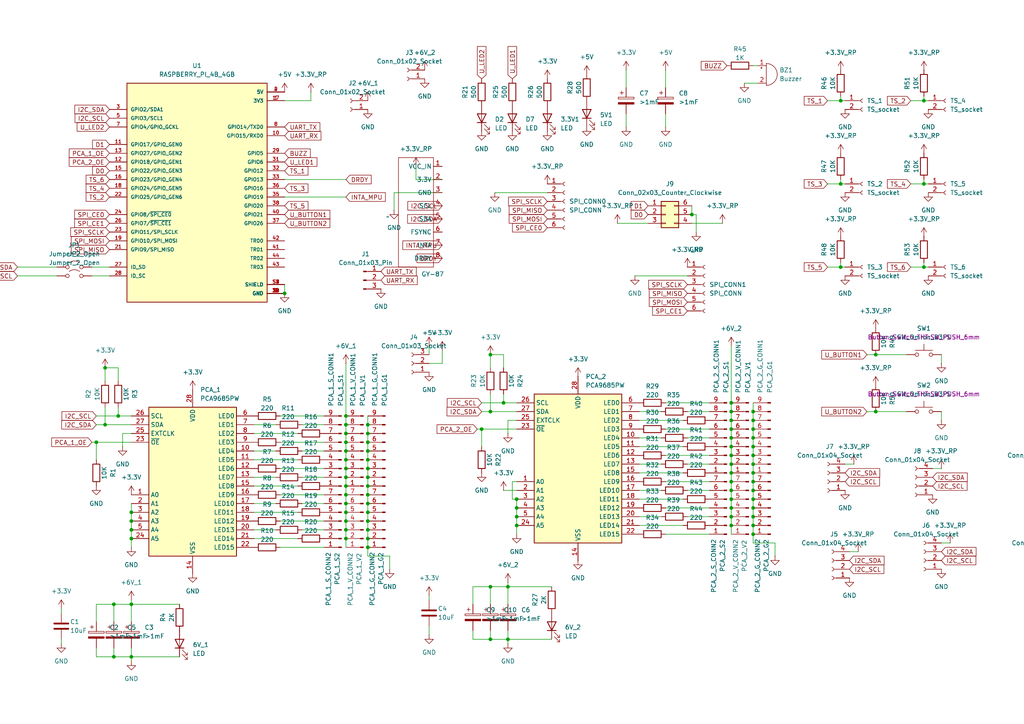
<source format=kicad_sch>
(kicad_sch (version 20231120) (generator "eeschema") (generator_version "8.0")
  (paper "A4")
  (junction (at 38.1 175.26))
  (junction (at 100.33 140.97))
  (junction (at 146.05 116.84))
  (junction (at 27.94 128.27))
  (junction (at 100.33 151.13))
  (junction (at 218.44 147.32))
  (junction (at 106.68 133.35))
  (junction (at 218.44 127))
  (junction (at 212.09 152.4))
  (junction (at 212.09 144.78))
  (junction (at 212.09 124.46))
  (junction (at 38.1 156.21))
  (junction (at 149.86 149.86))
  (junction (at 218.44 154.94))
  (junction (at 243.84 53.34))
  (junction (at 100.33 123.19))
  (junction (at 212.09 132.08))
  (junction (at 100.33 135.89))
  (junction (at 267.97 53.34))
  (junction (at 100.33 133.35))
  (junction (at 218.44 119.38))
  (junction (at 218.44 121.92))
  (junction (at 34.29 120.65))
  (junction (at 212.09 134.62))
  (junction (at 100.33 125.73))
  (junction (at 142.24 185.42))
  (junction (at 100.33 138.43))
  (junction (at 147.32 170.18))
  (junction (at 212.09 139.7))
  (junction (at 149.86 144.78))
  (junction (at 254 102.87))
  (junction (at 106.68 151.13))
  (junction (at 218.44 129.54))
  (junction (at 243.84 29.21))
  (junction (at 100.33 153.67))
  (junction (at 218.44 142.24))
  (junction (at 106.68 146.05))
  (junction (at 100.33 143.51))
  (junction (at 38.1 148.59))
  (junction (at 212.09 149.86))
  (junction (at 106.68 140.97))
  (junction (at 106.68 138.43))
  (junction (at 106.68 130.81))
  (junction (at 33.02 175.26))
  (junction (at 267.97 29.21))
  (junction (at 100.33 146.05))
  (junction (at 254 119.38))
  (junction (at 33.02 190.5))
  (junction (at 218.44 137.16))
  (junction (at 149.86 147.32))
  (junction (at 106.68 135.89))
  (junction (at 106.68 123.19))
  (junction (at 142.24 102.87))
  (junction (at 106.68 128.27))
  (junction (at 212.09 116.84))
  (junction (at 218.44 152.4))
  (junction (at 106.68 143.51))
  (junction (at 218.44 149.86))
  (junction (at 38.1 190.5))
  (junction (at 106.68 156.21))
  (junction (at 212.09 119.38))
  (junction (at 142.24 170.18))
  (junction (at 243.84 77.47))
  (junction (at 106.68 158.75))
  (junction (at 82.55 85.09))
  (junction (at 142.24 119.38))
  (junction (at 218.44 134.62))
  (junction (at 267.97 77.47))
  (junction (at 218.44 132.08))
  (junction (at 106.68 125.73))
  (junction (at 100.33 128.27))
  (junction (at 212.09 127))
  (junction (at 212.09 142.24))
  (junction (at 139.7 124.46))
  (junction (at 106.68 153.67))
  (junction (at 212.09 121.92))
  (junction (at 100.33 130.81))
  (junction (at 212.09 129.54))
  (junction (at 100.33 120.65))
  (junction (at 218.44 124.46))
  (junction (at 147.32 185.42))
  (junction (at 100.33 156.21))
  (junction (at 38.1 151.13))
  (junction (at 212.09 147.32))
  (junction (at 149.86 152.4))
  (junction (at 218.44 139.7))
  (junction (at 30.48 106.68))
  (junction (at 106.68 148.59))
  (junction (at 30.48 123.19))
  (junction (at 218.44 144.78))
  (junction (at 100.33 148.59))
  (junction (at 212.09 137.16))
  (junction (at 200.66 62.23))
  (junction (at 38.1 153.67))
  (wire (pts (xy 38.1 190.5) (xy 52.07 190.5)))
  (wire (pts (xy 106.68 148.59) (xy 106.68 151.13)))
  (wire (pts (xy 33.02 187.96) (xy 33.02 190.5)))
  (wire (pts (xy 267.97 76.2) (xy 267.97 77.47)))
  (wire (pts (xy 146.05 114.3) (xy 146.05 116.84)))
  (wire (pts (xy 106.68 153.67) (xy 106.68 156.21)))
  (wire (pts (xy 142.24 170.18) (xy 142.24 175.26)))
  (wire (pts (xy 142.24 102.87) (xy 146.05 102.87)))
  (wire (pts (xy 212.09 116.84) (xy 212.09 119.38)))
  (wire (pts (xy 149.86 152.4) (xy 149.86 154.94)))
  (wire (pts (xy 82.55 82.55) (xy 82.55 85.09)))
  (wire (pts (xy 137.16 170.18) (xy 137.16 175.26)))
  (wire (pts (xy 106.68 156.21) (xy 106.68 158.75)))
  (wire (pts (xy 100.33 156.21) (xy 100.33 158.75)))
  (wire (pts (xy 218.44 154.94) (xy 218.44 157.48)))
  (wire (pts (xy 191.77 119.38) (xy 185.42 119.38)))
  (wire (pts (xy 93.98 130.81) (xy 87.63 130.81)))
  (wire (pts (xy 137.16 170.18) (xy 142.24 170.18)))
  (wire (pts (xy 185.42 129.54) (xy 198.12 129.54)))
  (wire (pts (xy 191.77 134.62) (xy 185.42 134.62)))
  (wire (pts (xy 38.1 146.05) (xy 38.1 148.59)))
  (wire (pts (xy 38.1 175.26) (xy 52.07 175.26)))
  (wire (pts (xy 212.09 127) (xy 212.09 129.54)))
  (wire (pts (xy 114.3 55.88) (xy 128.27 55.88)))
  (wire (pts (xy 17.78 177.8) (xy 17.78 176.53)))
  (wire (pts (xy 139.7 124.46) (xy 149.86 124.46)))
  (wire (pts (xy 81.28 151.13) (xy 93.98 151.13)))
  (wire (pts (xy 212.09 137.16) (xy 212.09 139.7)))
  (wire (pts (xy 267.97 52.07) (xy 267.97 53.34)))
  (wire (pts (xy 33.02 190.5) (xy 38.1 190.5)))
  (wire (pts (xy 100.33 52.07) (xy 82.55 52.07)))
  (wire (pts (xy 200.66 59.69) (xy 200.66 62.23)))
  (wire (pts (xy 82.55 29.21) (xy 90.17 29.21)))
  (wire (pts (xy 100.33 133.35) (xy 100.33 135.89)))
  (wire (pts (xy 38.1 153.67) (xy 38.1 156.21)))
  (wire (pts (xy 106.68 135.89) (xy 106.68 138.43)))
  (wire (pts (xy 181.61 33.02) (xy 181.61 36.83)))
  (wire (pts (xy 267.97 29.21) (xy 269.24 29.21)))
  (wire (pts (xy 147.32 170.18) (xy 147.32 175.26)))
  (wire (pts (xy 218.44 127) (xy 218.44 129.54)))
  (wire (pts (xy 106.68 128.27) (xy 106.68 130.81)))
  (wire (pts (xy 218.44 139.7) (xy 218.44 142.24)))
  (wire (pts (xy 218.44 129.54) (xy 218.44 132.08)))
  (wire (pts (xy 193.04 124.46) (xy 205.74 124.46)))
  (wire (pts (xy 128.27 52.07) (xy 120.65 52.07)))
  (wire (pts (xy 27.94 123.19) (xy 30.48 123.19)))
  (wire (pts (xy 27.94 133.35) (xy 27.94 128.27)))
  (wire (pts (xy 124.46 172.72) (xy 124.46 173.99)))
  (wire (pts (xy 193.04 116.84) (xy 205.74 116.84)))
  (wire (pts (xy 185.42 144.78) (xy 198.12 144.78)))
  (wire (pts (xy 100.33 120.65) (xy 100.33 123.19)))
  (wire (pts (xy 267.97 53.34) (xy 269.24 53.34)))
  (wire (pts (xy 212.09 129.54) (xy 212.09 132.08)))
  (wire (pts (xy 100.33 105.41) (xy 100.33 120.65)))
  (wire (pts (xy 33.02 175.26) (xy 33.02 180.34)))
  (wire (pts (xy 179.07 64.77) (xy 187.96 64.77)))
  (wire (pts (xy 218.44 121.92) (xy 218.44 124.46)))
  (wire (pts (xy 34.29 120.65) (xy 38.1 120.65)))
  (wire (pts (xy 218.44 149.86) (xy 218.44 152.4)))
  (wire (pts (xy 81.28 120.65) (xy 93.98 120.65)))
  (wire (pts (xy 100.33 138.43) (xy 100.33 140.97)))
  (wire (pts (xy 146.05 142.24) (xy 149.86 142.24)))
  (wire (pts (xy 147.32 185.42) (xy 147.32 182.88)))
  (wire (pts (xy 106.68 123.19) (xy 106.68 125.73)))
  (wire (pts (xy 143.51 55.88) (xy 158.75 55.88)))
  (wire (pts (xy 27.94 175.26) (xy 27.94 180.34)))
  (wire (pts (xy 212.09 144.78) (xy 212.09 147.32)))
  (wire (pts (xy 113.03 161.29) (xy 113.03 165.1)))
  (wire (pts (xy 243.84 76.2) (xy 243.84 77.47)))
  (wire (pts (xy 38.1 151.13) (xy 38.1 153.67)))
  (wire (pts (xy 5.08 77.47) (xy 16.51 77.47)))
  (wire (pts (xy 100.33 148.59) (xy 100.33 151.13)))
  (wire (pts (xy 38.1 191.77) (xy 38.1 190.5)))
  (wire (pts (xy 147.32 170.18) (xy 160.02 170.18)))
  (wire (pts (xy 137.16 185.42) (xy 142.24 185.42)))
  (wire (pts (xy 191.77 142.24) (xy 185.42 142.24)))
  (wire (pts (xy 142.24 119.38) (xy 149.86 119.38)))
  (wire (pts (xy 106.68 138.43) (xy 106.68 140.97)))
  (wire (pts (xy 81.28 158.75) (xy 93.98 158.75)))
  (wire (pts (xy 106.68 125.73) (xy 106.68 128.27)))
  (wire (pts (xy 193.04 147.32) (xy 205.74 147.32)))
  (wire (pts (xy 128.27 101.6) (xy 128.27 105.41)))
  (wire (pts (xy 264.16 53.34) (xy 267.97 53.34)))
  (wire (pts (xy 193.04 154.94) (xy 205.74 154.94)))
  (wire (pts (xy 139.7 129.54) (xy 139.7 124.46)))
  (wire (pts (xy 212.09 149.86) (xy 212.09 152.4)))
  (wire (pts (xy 205.74 142.24) (xy 199.39 142.24)))
  (wire (pts (xy 218.44 137.16) (xy 218.44 139.7)))
  (wire (pts (xy 267.97 77.47) (xy 269.24 77.47)))
  (wire (pts (xy 224.79 157.48) (xy 224.79 161.29)))
  (wire (pts (xy 142.24 182.88) (xy 142.24 185.42)))
  (wire (pts (xy 147.32 185.42) (xy 160.02 185.42)))
  (wire (pts (xy 240.03 77.47) (xy 243.84 77.47)))
  (wire (pts (xy 149.86 144.78) (xy 149.86 147.32)))
  (wire (pts (xy 267.97 27.94) (xy 267.97 29.21)))
  (wire (pts (xy 205.74 149.86) (xy 199.39 149.86)))
  (wire (pts (xy 80.01 146.05) (xy 73.66 146.05)))
  (wire (pts (xy 254 119.38) (xy 262.89 119.38)))
  (wire (pts (xy 185.42 137.16) (xy 198.12 137.16)))
  (wire (pts (xy 73.66 156.21) (xy 86.36 156.21)))
  (wire (pts (xy 243.84 27.94) (xy 243.84 29.21)))
  (wire (pts (xy 27.94 190.5) (xy 33.02 190.5)))
  (wire (pts (xy 218.44 144.78) (xy 218.44 147.32)))
  (wire (pts (xy 81.28 135.89) (xy 93.98 135.89)))
  (wire (pts (xy 100.33 143.51) (xy 100.33 146.05)))
  (wire (pts (xy 80.01 123.19) (xy 73.66 123.19)))
  (wire (pts (xy 106.68 161.29) (xy 113.03 161.29)))
  (wire (pts (xy 254 102.87) (xy 262.89 102.87)))
  (wire (pts (xy 218.44 119.38) (xy 218.44 121.92)))
  (wire (pts (xy 138.43 124.46) (xy 139.7 124.46)))
  (wire (pts (xy 218.44 132.08) (xy 218.44 134.62)))
  (wire (pts (xy 185.42 121.92) (xy 198.12 121.92)))
  (wire (pts (xy 100.33 128.27) (xy 100.33 130.81)))
  (wire (pts (xy 106.68 146.05) (xy 106.68 148.59)))
  (wire (pts (xy 218.44 116.84) (xy 218.44 119.38)))
  (wire (pts (xy 33.02 175.26) (xy 38.1 175.26)))
  (wire (pts (xy 93.98 153.67) (xy 87.63 153.67)))
  (wire (pts (xy 27.94 175.26) (xy 33.02 175.26)))
  (wire (pts (xy 100.33 135.89) (xy 100.33 138.43)))
  (wire (pts (xy 146.05 116.84) (xy 149.86 116.84)))
  (wire (pts (xy 218.44 142.24) (xy 218.44 144.78)))
  (wire (pts (xy 247.65 134.62) (xy 245.11 134.62)))
  (wire (pts (xy 17.78 186.69) (xy 17.78 185.42)))
  (wire (pts (xy 81.28 143.51) (xy 93.98 143.51)))
  (wire (pts (xy 106.68 151.13) (xy 106.68 153.67)))
  (wire (pts (xy 218.44 152.4) (xy 218.44 154.94)))
  (wire (pts (xy 106.68 158.75) (xy 106.68 161.29)))
  (wire (pts (xy 137.16 182.88) (xy 137.16 185.42)))
  (wire (pts (xy 26.67 77.47) (xy 31.75 77.47)))
  (wire (pts (xy 80.01 138.43) (xy 73.66 138.43)))
  (wire (pts (xy 212.09 139.7) (xy 212.09 142.24)))
  (wire (pts (xy 139.7 119.38) (xy 142.24 119.38)))
  (wire (pts (xy 100.33 123.19) (xy 100.33 125.73)))
  (wire (pts (xy 181.61 20.32) (xy 181.61 25.4)))
  (wire (pts (xy 212.09 119.38) (xy 212.09 121.92)))
  (wire (pts (xy 212.09 152.4) (xy 212.09 154.94)))
  (wire (pts (xy 147.32 186.69) (xy 147.32 185.42)))
  (wire (pts (xy 212.09 134.62) (xy 212.09 137.16)))
  (wire (pts (xy 106.68 130.81) (xy 106.68 133.35)))
  (wire (pts (xy 100.33 146.05) (xy 100.33 148.59)))
  (wire (pts (xy 147.32 168.91) (xy 147.32 170.18)))
  (wire (pts (xy 100.33 153.67) (xy 100.33 156.21)))
  (wire (pts (xy 142.24 114.3) (xy 142.24 119.38)))
  (wire (pts (xy 73.66 148.59) (xy 86.36 148.59)))
  (wire (pts (xy 248.92 160.02) (xy 246.38 160.02)))
  (wire (pts (xy 309.88 160.02) (xy 307.34 160.02)))
  (wire (pts (xy 38.1 156.21) (xy 38.1 158.75)))
  (wire (pts (xy 212.09 124.46) (xy 212.09 127)))
  (wire (pts (xy 106.68 120.65) (xy 106.68 123.19)))
  (wire (pts (xy 193.04 132.08) (xy 205.74 132.08)))
  (wire (pts (xy 120.65 52.07) (xy 120.65 48.26)))
  (wire (pts (xy 93.98 123.19) (xy 87.63 123.19)))
  (wire (pts (xy 26.67 80.01) (xy 31.75 80.01)))
  (wire (pts (xy 124.46 105.41) (xy 128.27 105.41)))
  (wire (pts (xy 142.24 102.87) (xy 142.24 106.68)))
  (wire (pts (xy 273.05 135.89) (xy 270.51 135.89)))
  (wire (pts (xy 80.01 153.67) (xy 73.66 153.67)))
  (wire (pts (xy 100.33 151.13) (xy 100.33 153.67)))
  (wire (pts (xy 73.66 140.97) (xy 86.36 140.97)))
  (wire (pts (xy 30.48 106.68) (xy 34.29 106.68)))
  (wire (pts (xy 243.84 29.21) (xy 245.11 29.21)))
  (wire (pts (xy 148.59 144.78) (xy 149.86 144.78)))
  (wire (pts (xy 243.84 53.34) (xy 245.11 53.34)))
  (wire (pts (xy 193.04 20.32) (xy 193.04 25.4)))
  (wire (pts (xy 100.33 125.73) (xy 100.33 128.27)))
  (wire (pts (xy 30.48 106.68) (xy 30.48 110.49)))
  (wire (pts (xy 205.74 119.38) (xy 199.39 119.38)))
  (wire (pts (xy 149.86 121.92) (xy 147.32 121.92)))
  (wire (pts (xy 114.3 60.96) (xy 114.3 55.88)))
  (wire (pts (xy 212.09 121.92) (xy 212.09 124.46)))
  (wire (pts (xy 201.93 67.31) (xy 201.93 62.23)))
  (wire (pts (xy 218.44 157.48) (xy 224.79 157.48)))
  (wire (pts (xy 212.09 147.32) (xy 212.09 149.86)))
  (wire (pts (xy 27.94 120.65) (xy 34.29 120.65)))
  (wire (pts (xy 205.74 134.62) (xy 199.39 134.62)))
  (wire (pts (xy 100.33 130.81) (xy 100.33 133.35)))
  (wire (pts (xy 149.86 147.32) (xy 149.86 149.86)))
  (wire (pts (xy 139.7 116.84) (xy 146.05 116.84)))
  (wire (pts (xy 243.84 52.07) (xy 243.84 53.34)))
  (wire (pts (xy 147.32 121.92) (xy 147.32 125.73)))
  (wire (pts (xy 34.29 110.49) (xy 34.29 106.68)))
  (wire (pts (xy 184.15 80.01) (xy 199.39 80.01)))
  (wire (pts (xy 34.29 118.11) (xy 34.29 120.65)))
  (wire (pts (xy 142.24 170.18) (xy 147.32 170.18)))
  (wire (pts (xy 93.98 138.43) (xy 87.63 138.43)))
  (wire (pts (xy 218.44 124.46) (xy 218.44 127)))
  (wire (pts (xy 38.1 148.59) (xy 38.1 151.13)))
  (wire (pts (xy 5.08 80.01) (xy 16.51 80.01)))
  (wire (pts (xy 38.1 173.99) (xy 38.1 175.26)))
  (wire (pts (xy 93.98 146.05) (xy 87.63 146.05)))
  (wire (pts (xy 148.59 139.7) (xy 148.59 144.78)))
  (wire (pts (xy 149.86 149.86) (xy 149.86 152.4)))
  (wire (pts (xy 90.17 29.21) (xy 90.17 26.67)))
  (wire (pts (xy 38.1 125.73) (xy 35.56 125.73)))
  (wire (pts (xy 124.46 100.33) (xy 124.46 102.87)))
  (wire (pts (xy 30.48 123.19) (xy 38.1 123.19)))
  (wire (pts (xy 149.86 139.7) (xy 148.59 139.7)))
  (wire (pts (xy 240.03 29.21) (xy 243.84 29.21)))
  (wire (pts (xy 201.93 62.23) (xy 200.66 62.23)))
  (wire (pts (xy 106.68 143.51) (xy 106.68 146.05)))
  (wire (pts (xy 80.01 130.81) (xy 73.66 130.81)))
  (wire (pts (xy 251.46 102.87) (xy 254 102.87)))
  (wire (pts (xy 100.33 57.15) (xy 82.55 57.15)))
  (wire (pts (xy 73.66 125.73) (xy 86.36 125.73)))
  (wire (pts (xy 308.61 134.62) (xy 306.07 134.62)))
  (wire (pts (xy 106.68 133.35) (xy 106.68 135.89)))
  (wire (pts (xy 218.44 147.32) (xy 218.44 149.86)))
  (wire (pts (xy 191.77 149.86) (xy 185.42 149.86)))
  (wire (pts (xy 264.16 77.47) (xy 267.97 77.47)))
  (wire (pts (xy 27.94 128.27) (xy 38.1 128.27)))
  (wire (pts (xy 26.67 128.27) (xy 27.94 128.27)))
  (wire (pts (xy 81.28 128.27) (xy 93.98 128.27)))
  (wire (pts (xy 124.46 181.61) (xy 124.46 184.15)))
  (wire (pts (xy 200.66 64.77) (xy 209.55 64.77)))
  (wire (pts (xy 185.42 152.4) (xy 198.12 152.4)))
  (wire (pts (xy 212.09 142.24) (xy 212.09 144.78)))
  (wire (pts (xy 240.03 53.34) (xy 243.84 53.34)))
  (wire (pts (xy 38.1 190.5) (xy 38.1 187.96)))
  (wire (pts (xy 275.59 157.48) (xy 273.05 157.48)))
  (wire (pts (xy 73.66 133.35) (xy 86.36 133.35)))
  (wire (pts (xy 218.44 134.62) (xy 218.44 137.16)))
  (wire (pts (xy 273.05 102.87) (xy 273.05 105.41)))
  (wire (pts (xy 205.74 127) (xy 199.39 127)))
  (wire (pts (xy 191.77 127) (xy 185.42 127)))
  (wire (pts (xy 106.68 140.97) (xy 106.68 143.51)))
  (wire (pts (xy 100.33 140.97) (xy 100.33 143.51)))
  (wire (pts (xy 212.09 100.33) (xy 212.09 116.84)))
  (wire (pts (xy 30.48 118.11) (xy 30.48 123.19)))
  (wire (pts (xy 38.1 175.26) (xy 38.1 180.34)))
  (wire (pts (xy 146.05 106.68) (xy 146.05 102.87)))
  (wire (pts (xy 193.04 33.02) (xy 193.04 36.83)))
  (wire (pts (xy 35.56 125.73) (xy 35.56 129.54)))
  (wire (pts (xy 215.9 24.13) (xy 219.71 24.13)))
  (wire (pts (xy 273.05 119.38) (xy 273.05 121.92)))
  (wire (pts (xy 212.09 132.08) (xy 212.09 134.62)))
  (wire (pts (xy 193.04 139.7) (xy 205.74 139.7)))
  (wire (pts (xy 264.16 29.21) (xy 267.97 29.21)))
  (wire (pts (xy 251.46 119.38) (xy 254 119.38)))
  (wire (pts (xy 27.94 187.96) (xy 27.94 190.5)))
  (wire (pts (xy 142.24 185.42) (xy 147.32 185.42)))
  (wire (pts (xy 243.84 77.47) (xy 245.11 77.47)))
  (wire (pts (xy 218.44 19.05) (xy 219.71 19.05)))
  (global_label "BUZZ" (shape input) (at 82.55 44.45 0) (property "Intersheetrefs" "${INTERSHEET_REFS}" (effects (hide yes))))
  (global_label "TS_6" (shape input) (at 264.16 77.47 180) (property "Intersheetrefs" "${INTERSHEET_REFS}" (effects (hide yes))))
  (global_label "UART_RX" (shape input) (at 82.55 39.37 0) (property "Intersheetrefs" "${INTERSHEET_REFS}" (effects (hide yes))))
  (global_label "I2C_SDA" (shape input) (at 139.7 119.38 180) (property "Intersheetrefs" "${INTERSHEET_REFS}" (effects (hide yes))))
  (global_label "PCA_1_OE" (shape input) (at 31.75 44.45 180) (property "Intersheetrefs" "${INTERSHEET_REFS}" (effects (hide yes))))
  (global_label "INTA_MPU" (shape input) (at 100.33 57.15 0) (property "Intersheetrefs" "${INTERSHEET_REFS}" (effects (hide yes))))
  (global_label "SPI_CE1" (shape input) (at 199.39 90.17 180) (property "Intersheetrefs" "${INTERSHEET_REFS}" (effects (hide yes))))
  (global_label "TS_1" (shape input) (at 82.55 49.53 0) (property "Intersheetrefs" "${INTERSHEET_REFS}" (effects (hide yes))))
  (global_label "SPI_MISO" (shape input) (at 199.39 85.09 180) (property "Intersheetrefs" "${INTERSHEET_REFS}" (effects (hide yes))))
  (global_label "PCA_2_OE" (shape input) (at 138.43 124.46 180) (property "Intersheetrefs" "${INTERSHEET_REFS}" (effects (hide yes))))
  (global_label "SPI_CE0" (shape input) (at 31.75 62.23 180) (property "Intersheetrefs" "${INTERSHEET_REFS}" (effects (hide yes))))
  (global_label "I2C_SCL" (shape input) (at 273.05 162.56 0) (property "Intersheetrefs" "${INTERSHEET_REFS}" (effects (hide yes))))
  (global_label "DRDY" (shape input) (at 100.33 52.07 0) (property "Intersheetrefs" "${INTERSHEET_REFS}" (effects (hide yes))))
  (global_label "TS_3" (shape input) (at 240.03 53.34 180) (property "Intersheetrefs" "${INTERSHEET_REFS}" (effects (hide yes))))
  (global_label "I2C_SDA" (shape input) (at 307.34 162.56 0) (property "Intersheetrefs" "${INTERSHEET_REFS}" (effects (hide yes))))
  (global_label "TS_4" (shape input) (at 31.75 54.61 180) (property "Intersheetrefs" "${INTERSHEET_REFS}" (effects (hide yes))))
  (global_label "BUZZ" (shape input) (at 210.82 19.05 180) (property "Intersheetrefs" "${INTERSHEET_REFS}" (effects (hide yes))))
  (global_label "I2C_SCL" (shape input) (at 270.51 140.97 0) (property "Intersheetrefs" "${INTERSHEET_REFS}" (effects (hide yes))))
  (global_label "TS_3" (shape input) (at 82.55 54.61 0) (property "Intersheetrefs" "${INTERSHEET_REFS}" (effects (hide yes))))
  (global_label "U_LED2" (shape input) (at 31.75 36.83 180) (property "Intersheetrefs" "${INTERSHEET_REFS}" (effects (hide yes))))
  (global_label "I2C_SDA" (shape input) (at 5.08 77.47 180) (property "Intersheetrefs" "${INTERSHEET_REFS}" (effects (hide yes))))
  (global_label "TS_2" (shape input) (at 31.75 57.15 180) (property "Intersheetrefs" "${INTERSHEET_REFS}" (effects (hide yes))))
  (global_label "D1" (shape input) (at 187.96 59.69 180) (property "Intersheetrefs" "${INTERSHEET_REFS}" (effects (hide yes))))
  (global_label "SPI_CE0" (shape input) (at 158.75 66.04 180) (property "Intersheetrefs" "${INTERSHEET_REFS}" (effects (hide yes))))
  (global_label "I2C_SCL" (shape input) (at 27.94 120.65 180) (property "Intersheetrefs" "${INTERSHEET_REFS}" (effects (hide yes))))
  (global_label "SPI_MOSI" (shape input) (at 199.39 87.63 180) (property "Intersheetrefs" "${INTERSHEET_REFS}" (effects (hide yes))))
  (global_label "I2C_SDA" (shape input) (at 270.51 138.43 0) (property "Intersheetrefs" "${INTERSHEET_REFS}" (effects (hide yes))))
  (global_label "SPI_CE1" (shape input) (at 31.75 64.77 180) (property "Intersheetrefs" "${INTERSHEET_REFS}" (effects (hide yes))))
  (global_label "U_BUTTON2" (shape input) (at 251.46 119.38 180) (property "Intersheetrefs" "${INTERSHEET_REFS}" (effects (hide yes))))
  (global_label "I2C_SDA" (shape input) (at 306.07 137.16 0) (property "Intersheetrefs" "${INTERSHEET_REFS}" (effects (hide yes))))
  (global_label "I2C_SCL" (shape input) (at 139.7 116.84 180) (property "Intersheetrefs" "${INTERSHEET_REFS}" (effects (hide yes))))
  (global_label "D1" (shape input) (at 31.75 41.91 180) (property "Intersheetrefs" "${INTERSHEET_REFS}" (effects (hide yes))))
  (global_label "UART_TX" (shape input) (at 82.55 36.83 0) (property "Intersheetrefs" "${INTERSHEET_REFS}" (effects (hide yes))))
  (global_label "TS_6" (shape input) (at 31.75 52.07 180) (property "Intersheetrefs" "${INTERSHEET_REFS}" (effects (hide yes))))
  (global_label "I2C_SDA" (shape input) (at 31.75 31.75 180) (property "Intersheetrefs" "${INTERSHEET_REFS}" (effects (hide yes))))
  (global_label "SPI_SCLK" (shape input) (at 31.75 67.31 180) (property "Intersheetrefs" "${INTERSHEET_REFS}" (effects (hide yes))))
  (global_label "SPI_MOSI" (shape input) (at 31.75 69.85 180) (property "Intersheetrefs" "${INTERSHEET_REFS}" (effects (hide yes))))
  (global_label "TS_2" (shape input) (at 264.16 29.21 180) (property "Intersheetrefs" "${INTERSHEET_REFS}" (effects (hide yes))))
  (global_label "TS_5" (shape input) (at 240.03 77.47 180) (property "Intersheetrefs" "${INTERSHEET_REFS}" (effects (hide yes))))
  (global_label "U_BUTTON2" (shape input) (at 82.55 64.77 0) (property "Intersheetrefs" "${INTERSHEET_REFS}" (effects (hide yes))))
  (global_label "I2C_SCL" (shape input) (at 31.75 34.29 180) (property "Intersheetrefs" "${INTERSHEET_REFS}" (effects (hide yes))))
  (global_label "I2C_SCL" (shape input) (at 128.27 59.69 180) (property "Intersheetrefs" "${INTERSHEET_REFS}" (effects (hide yes))))
  (global_label "I2C_SCL" (shape input) (at 246.38 165.1 0) (property "Intersheetrefs" "${INTERSHEET_REFS}" (effects (hide yes))))
  (global_label "TS_1" (shape input) (at 240.03 29.21 180) (property "Intersheetrefs" "${INTERSHEET_REFS}" (effects (hide yes))))
  (global_label "SPI_MISO" (shape input) (at 31.75 72.39 180) (property "Intersheetrefs" "${INTERSHEET_REFS}" (effects (hide yes))))
  (global_label "I2C_SCL" (shape input) (at 307.34 165.1 0) (property "Intersheetrefs" "${INTERSHEET_REFS}" (effects (hide yes))))
  (global_label "U_LED1" (shape input) (at 148.59 22.86 90) (property "Intersheetrefs" "${INTERSHEET_REFS}" (effects (hide yes))))
  (global_label "SPI_SCLK" (shape input) (at 199.39 82.55 180) (property "Intersheetrefs" "${INTERSHEET_REFS}" (effects (hide yes))))
  (global_label "PCA_1_OE" (shape input) (at 26.67 128.27 180) (property "Intersheetrefs" "${INTERSHEET_REFS}" (effects (hide yes))))
  (global_label "U_BUTTON1" (shape input) (at 82.55 62.23 0) (property "Intersheetrefs" "${INTERSHEET_REFS}" (effects (hide yes))))
  (global_label "I2C_SDA" (shape input) (at 128.27 63.5 180) (property "Intersheetrefs" "${INTERSHEET_REFS}" (effects (hide yes))))
  (global_label "INTA_MPU" (shape input) (at 128.27 71.12 180) (property "Intersheetrefs" "${INTERSHEET_REFS}" (effects (hide yes))))
  (global_label "I2C_SDA" (shape input) (at 273.05 160.02 0) (property "Intersheetrefs" "${INTERSHEET_REFS}" (effects (hide yes))))
  (global_label "I2C_SDA" (shape input) (at 246.38 162.56 0) (property "Intersheetrefs" "${INTERSHEET_REFS}" (effects (hide yes))))
  (global_label "I2C_SCL" (shape input) (at 306.07 139.7 0) (property "Intersheetrefs" "${INTERSHEET_REFS}" (effects (hide yes))))
  (global_label "U_BUTTON1" (shape input) (at 251.46 102.87 180) (property "Intersheetrefs" "${INTERSHEET_REFS}" (effects (hide yes))))
  (global_label "I2C_SDA" (shape input) (at 245.11 137.16 0) (property "Intersheetrefs" "${INTERSHEET_REFS}" (effects (hide yes))))
  (global_label "SPI_SCLK" (shape input) (at 158.75 58.42 180) (property "Intersheetrefs" "${INTERSHEET_REFS}" (effects (hide yes))))
  (global_label "UART_RX" (shape input) (at 110.49 81.28 0) (property "Intersheetrefs" "${INTERSHEET_REFS}" (effects (hide yes))))
  (global_label "SPI_MOSI" (shape input) (at 158.75 63.5 180) (property "Intersheetrefs" "${INTERSHEET_REFS}" (effects (hide yes))))
  (global_label "TS_5" (shape input) (at 82.55 59.69 0) (property "Intersheetrefs" "${INTERSHEET_REFS}" (effects (hide yes))))
  (global_label "UART_TX" (shape input) (at 110.49 78.74 0) (property "Intersheetrefs" "${INTERSHEET_REFS}" (effects (hide yes))))
  (global_label "D0" (shape input) (at 31.75 49.53 180) (property "Intersheetrefs" "${INTERSHEET_REFS}" (effects (hide yes))))
  (global_label "D0" (shape input) (at 187.96 62.23 180) (property "Intersheetrefs" "${INTERSHEET_REFS}" (effects (hide yes))))
  (global_label "I2C_SCL" (shape input) (at 245.11 139.7 0) (property "Intersheetrefs" "${INTERSHEET_REFS}" (effects (hide yes))))
  (global_label "SPI_MISO" (shape input) (at 158.75 60.96 180) (property "Intersheetrefs" "${INTERSHEET_REFS}" (effects (hide yes))))
  (global_label "PCA_2_OE" (shape input) (at 31.75 46.99 180) (property "Intersheetrefs" "${INTERSHEET_REFS}" (effects (hide yes))))
  (global_label "I2C_SCL" (shape input) (at 5.08 80.01 180) (property "Intersheetrefs" "${INTERSHEET_REFS}" (effects (hide yes))))
  (global_label "DRDY" (shape input) (at 128.27 74.93 180) (property "Intersheetrefs" "${INTERSHEET_REFS}" (effects (hide yes))))
  (global_label "U_LED2" (shape input) (at 139.7 22.86 90) (property "Intersheetrefs" "${INTERSHEET_REFS}" (effects (hide yes))))
  (global_label "TS_4" (shape input) (at 264.16 53.34 180) (property "Intersheetrefs" "${INTERSHEET_REFS}" (effects (hide yes))))
  (global_label "U_LED1" (shape input) (at 82.55 46.99 0) (property "Intersheetrefs" "${INTERSHEET_REFS}" (effects (hide yes))))
  (global_label "I2C_SDA" (shape input) (at 27.94 123.19 180) (property "Intersheetrefs" "${INTERSHEET_REFS}" (effects (hide yes))))
  (symbol (lib_id "power:GND") (at 38.1 191.77 0) (unit 1)
    (property "Reference" "#PWR09" (effects (hide yes)))
    (property "Value" "GND" (at 38.1 196.85 0))
    (property "Description" "Power symbol creates a global label with name \"GND\" , ground" (effects (hide yes)))
  )
  (symbol (lib_id "power:GND") (at 123.19 22.86 0) (unit 1)
    (property "Reference" "#PWR019" (effects (hide yes)))
    (property "Value" "GND" (at 123.19 27.94 0))
    (property "Description" "Power symbol creates a global label with name \"GND\" , ground" (effects (hide yes)))
  )
  (symbol (lib_id "Device:R") (at 189.23 154.94 90) (unit 1)
    (property "Reference" "R34" (at 189.23 150.114 90))
    (property "Value" "220" (at 189.23 152.654 90))
    (property "Footprint" "Resistor_SMD:R_0603_1608Metric" (effects (hide yes)))
    (property "Description" "Resistor" (effects (hide yes)))
  )
  (symbol (lib_id "Connector:Conn_01x09_Pin") (at 223.52 127 180) (unit 1)
    (property "Reference" "PCA_2_G_CONN1" (at 220.472 114.046 90) (effects (justify right)))
    (property "Value" "PCA_2_G1" (at 223.266 114.046 90) (effects (justify right)))
    (property "Footprint" "Connector_PinHeader_2.54mm:PinHeader_1x09_P2.54mm_Vertical" (effects (hide yes)))
    (property "Description" "Generic connector, single row, 01x09, script generated" (effects (hide yes)))
  )
  (symbol (lib_id "Device:R") (at 201.93 129.54 90) (unit 1)
    (property "Reference" "R41" (at 201.93 124.714 90))
    (property "Value" "220" (at 201.93 127.254 90))
    (property "Footprint" "Resistor_SMD:R_0603_1608Metric" (effects (hide yes)))
    (property "Description" "Resistor" (effects (hide yes)))
  )
  (symbol (lib_id "RASPBERRY_PI_4B_4GB:RASPBERRY_PI_4B_4GB") (at 57.15 57.15 0) (unit 1)
    (property "Reference" "U1" (at 57.15 19.05 0))
    (property "Value" "RASPBERRY_PI_4B_4GB" (at 57.15 21.59 0))
    (property "Footprint" "RASPBERRY_PI_4B_4GB:MODULE_RASPBERRY_PI_4B_4GB" (effects (hide yes)))
    (property "MF" "Raspberry Pi" (effects (hide yes)))
    (property "MAXIMUM_PACKAGE_HEIGHT" "16 mm" (effects (hide yes)))
    (property "Package" "None" (effects (hide yes)))
    (property "Price" "None" (effects (hide yes)))
    (property "Check_prices" "https://www.snapeda.com/parts/RASPBERRY%20PI%204B/4GB/Raspberry+Pi/view-part/?ref=eda" (effects (hide yes)))
    (property "STANDARD" "Manufacturer Recommendations" (effects (hide yes)))
    (property "PARTREV" "4" (effects (hide yes)))
    (property "SnapEDA_Link" "https://www.snapeda.com/parts/RASPBERRY%20PI%204B/4GB/Raspberry+Pi/view-part/?ref=snap" (effects (hide yes)))
    (property "MP" "RASPBERRY PI 4B/4GB" (effects (hide yes)))
    (property "Description_1" "\nBCM2711 Raspberry Pi 4 Model B 4GB - ARM® Cortex®-A72 MPU Embedded Evaluation Board\n" (effects (hide yes)))
    (property "MANUFACTURER" "Raspberry Pi" (effects (hide yes)))
    (property "Availability" "In Stock" (effects (hide yes)))
    (property "SNAPEDA_PN" "RASPBERRY PI 4B/4GB" (effects (hide yes)))
  )
  (symbol (lib_id "power:GND") (at 273.05 105.41 0) (unit 1)
    (property "Reference" "#PWR075" (effects (hide yes)))
    (property "Value" "GND" (at 273.05 110.49 0))
    (property "Description" "Power symbol creates a global label with name \"GND\" , ground" (effects (hide yes)))
  )
  (symbol (lib_id "power:GND") (at 307.34 167.64 0) (unit 1)
    (property "Reference" "#PWR057" (effects (hide yes)))
    (property "Value" "GND" (at 307.34 172.72 0))
    (property "Description" "Power symbol creates a global label with name \"GND\" , ground" (effects (hide yes)))
  )
  (symbol (lib_id "power:+6V") (at 38.1 173.99 0) (unit 1)
    (property "Reference" "#PWR08" (effects (hide yes)))
    (property "Value" "+6V_1" (at 38.1 168.91 0))
    (property "Description" "Power symbol creates a global label with name \"+6V\"" (effects (hide yes)))
  )
  (symbol (lib_id "power:GND") (at 245.11 142.24 0) (unit 1)
    (property "Reference" "#PWR079" (effects (hide yes)))
    (property "Value" "GND" (at 245.11 147.32 0))
    (property "Description" "Power symbol creates a global label with name \"GND\" , ground" (effects (hide yes)))
  )
  (symbol (lib_id "Device:R") (at 34.29 114.3 0) (unit 1)
    (property "Reference" "R3" (at 39.116 114.3 90))
    (property "Value" "10K" (at 36.576 114.3 90))
    (property "Footprint" "Resistor_SMD:R_0603_1608Metric" (effects (hide yes)))
    (property "Description" "Resistor" (effects (hide yes)))
  )
  (symbol (lib_id "Connector:Conn_01x04_Socket") (at 267.97 162.56 180) (unit 1)
    (property "Reference" "J6" (at 268.605 152.4 0))
    (property "Value" "Conn_01x04_Socket" (at 268.605 154.94 0))
    (property "Footprint" "Connector_JST:JST_PH_B4B-PH-K_1x04_P2.00mm_Vertical" (effects (hide yes)))
    (property "Description" "Generic connector, single row, 01x04, script generated" (effects (hide yes)))
  )
  (symbol (lib_id "power:GND") (at 139.7 137.16 0) (unit 1)
    (property "Reference" "#PWR030" (effects (hide yes)))
    (property "Value" "GND" (at 139.7 142.24 0))
    (property "Description" "Power symbol creates a global label with name \"GND\" , ground" (effects (hide yes)))
  )
  (symbol (lib_id "power:+3.3V") (at 247.65 134.62 0) (unit 1)
    (property "Reference" "#PWR080" (effects (hide yes)))
    (property "Value" "+3.3V_RP" (at 247.65 129.54 0))
    (property "Description" "Power symbol creates a global label with name \"+3.3V\"" (effects (hide yes)))
  )
  (symbol (lib_id "power:+6V") (at 212.09 100.33 0) (unit 1)
    (property "Reference" "#PWR056" (effects (hide yes)))
    (property "Value" "+6V_2" (at 212.09 95.25 0))
    (property "Description" "Power symbol creates a global label with name \"+6V\"" (effects (hide yes)))
  )
  (symbol (lib_id "power:+3.3V") (at 267.97 20.32 0) (unit 1)
    (property "Reference" "#PWR069" (effects (hide yes)))
    (property "Value" "+3.3V_RP" (at 267.97 15.24 0))
    (property "Description" "Power symbol creates a global label with name \"+3.3V\"" (effects (hide yes)))
  )
  (symbol (lib_id "Device:LED") (at 139.7 34.29 90) (unit 1)
    (property "Reference" "D2" (at 143.51 34.6074 90) (effects (justify right)))
    (property "Value" "LED" (at 143.51 37.1474 90) (effects (justify right)))
    (property "Footprint" "LED_THT:LED_D5.0mm" (effects (hide yes)))
    (property "Description" "Light emitting diode" (effects (hide yes)))
  )
  (symbol (lib_id "Connector:Conn_01x02_Socket") (at 101.6 31.75 180) (unit 1)
    (property "Reference" "J2" (at 102.235 24.13 0))
    (property "Value" "Conn_01x02_Socket" (at 102.235 26.67 0))
    (property "Footprint" "Connector_AMASS:AMASS_XT30PW-F_1x02_P2.50mm_Horizontal" (effects (hide yes)))
    (property "Description" "Generic connector, single row, 01x02, script generated" (effects (hide yes)))
  )
  (symbol (lib_id "power:+3.3V") (at 38.1 143.51 0) (unit 1)
    (property "Reference" "#PWR06" (effects (hide yes)))
    (property "Value" "+3.3V" (at 38.1 138.43 0))
    (property "Description" "Power symbol creates a global label with name \"+3.3V\"" (effects (hide yes)))
  )
  (symbol (lib_id "Connector_Generic:Conn_02x03_Counter_Clockwise") (at 193.04 62.23 0) (unit 1)
    (property "Reference" "J9" (at 194.31 53.34 0))
    (property "Value" "Conn_02x03_Counter_Clockwise" (at 194.31 55.88 0))
    (property "Footprint" "Connector_PinHeader_2.54mm:PinHeader_2x03_P2.54mm_Vertical" (effects (hide yes)))
    (property "Description" "Generic connector, double row, 02x03, counter clockwise pin numbering scheme (similar to DIP package numbering), script generated (kicad-library-utils/schlib/autogen/connector/)" (effects (hide yes)))
  )
  (symbol (lib_id "power:+6V") (at 106.68 29.21 0) (unit 1)
    (property "Reference" "#PWR016" (effects (hide yes)))
    (property "Value" "+6V_1" (at 106.68 24.13 0))
    (property "Description" "Power symbol creates a global label with name \"+6V\"" (effects (hide yes)))
  )
  (symbol (lib_id "GY-87:GY-87") (at 128.27 43.18 0) (mirror y) (unit 1)
    (property "Reference" "GY-87" (at 128.778 79.502 0) (effects (justify left)))
    (property "Value" "~" (at 113.03 62.865 0) (effects (justify left)))
    (property "Footprint" "GY-87:GY-87" (effects (hide yes)))
  )
  (symbol (lib_id "Device:C_Polarized") (at 193.04 29.21 0) (unit 1)
    (property "Reference" "C8" (at 196.85 27.0509 0) (effects (justify left)))
    (property "Value" ">1mF" (at 196.85 29.5909 0) (effects (justify left)))
    (property "Footprint" "Capacitor_THT:CP_Radial_D10.0mm_P7.50mm" (effects (hide yes)))
    (property "Description" "Polarized capacitor" (effects (hide yes)))
  )
  (symbol (lib_id "Device:C_Polarized") (at 33.02 184.15 0) (unit 1)
    (property "Reference" "C5" (at 36.83 181.9909 0) (effects (justify left)))
    (property "Value" ">1mF" (at 36.83 184.5309 0) (effects (justify left)))
    (property "Footprint" "Capacitor_Tantalum_SMD:CP_EIA-3528-21_Kemet-B" (effects (hide yes)))
    (property "Description" "Polarized capacitor" (effects (hide yes)))
  )
  (symbol (lib_id "Connector:Conn_01x02_Socket") (at 250.19 53.34 0) (unit 1)
    (property "Reference" "TS_2" (at 251.46 53.3399 0) (effects (justify left)))
    (property "Value" "TS_socket" (at 251.46 55.8799 0) (effects (justify left)))
    (property "Footprint" "Connector_JST:JST_PH_B2B-PH-K_1x02_P2.00mm_Vertical" (effects (hide yes)))
    (property "Description" "Generic connector, single row, 01x02, script generated" (effects (hide yes)))
  )
  (symbol (lib_id "Device:LED") (at 52.07 186.69 90) (unit 1)
    (property "Reference" "6V_1" (at 55.88 187.0074 90) (effects (justify right)))
    (property "Value" "LED" (at 55.88 189.5474 90) (effects (justify right)))
    (property "Footprint" "LED_SMD:LED_0603_1608Metric" (effects (hide yes)))
    (property "Description" "Light emitting diode" (effects (hide yes)))
  )
  (symbol (lib_id "power:GND") (at 269.24 31.75 0) (unit 1)
    (property "Reference" "#PWR072" (effects (hide yes)))
    (property "Value" "GND" (at 269.24 36.83 0))
    (property "Description" "Power symbol creates a global label with name \"GND\" , ground" (effects (hide yes)))
  )
  (symbol (lib_id "Device:R") (at 83.82 153.67 90) (unit 1)
    (property "Reference" "R15" (at 83.566 148.844 90))
    (property "Value" "220" (at 83.566 151.384 90))
    (property "Footprint" "Resistor_SMD:R_0603_1608Metric" (effects (hide yes)))
    (property "Description" "Resistor" (effects (hide yes)))
  )
  (symbol (lib_id "power:GND") (at 273.05 121.92 0) (unit 1)
    (property "Reference" "#PWR076" (effects (hide yes)))
    (property "Value" "GND" (at 273.05 127 0))
    (property "Description" "Power symbol creates a global label with name \"GND\" , ground" (effects (hide yes)))
  )
  (symbol (lib_id "power:GND") (at 113.03 165.1 0) (unit 1)
    (property "Reference" "#PWR024" (effects (hide yes)))
    (property "Value" "GND" (at 113.03 170.18 0))
    (property "Description" "Power symbol creates a global label with name \"GND\" , ground" (effects (hide yes)))
  )
  (symbol (lib_id "power:GND") (at 273.05 165.1 0) (unit 1)
    (property "Reference" "#PWR077" (effects (hide yes)))
    (property "Value" "GND" (at 273.05 170.18 0))
    (property "Description" "Power symbol creates a global label with name \"GND\" , ground" (effects (hide yes)))
  )
  (symbol (lib_id "Device:R") (at 83.82 130.81 90) (unit 1)
    (property "Reference" "R12" (at 83.566 125.984 90))
    (property "Value" "220" (at 83.566 128.524 90))
    (property "Footprint" "Resistor_SMD:R_0603_1608Metric" (effects (hide yes)))
    (property "Description" "Resistor" (effects (hide yes)))
  )
  (symbol (lib_id "Device:R") (at 254 99.06 0) (unit 1)
    (property "Reference" "R49" (at 258.826 99.06 90))
    (property "Value" "10K" (at 256.286 99.06 90))
    (property "Footprint" "Resistor_SMD:R_0603_1608Metric" (effects (hide yes)))
    (property "Description" "Resistor" (effects (hide yes)))
  )
  (symbol (lib_id "Device:R") (at 52.07 179.07 180) (unit 1)
    (property "Reference" "R4" (at 47.244 179.07 90))
    (property "Value" "2K" (at 49.784 179.07 90))
    (property "Footprint" "Resistor_SMD:R_0603_1608Metric" (effects (hide yes)))
    (property "Description" "Resistor" (effects (hide yes)))
  )
  (symbol (lib_id "Connector:Conn_01x09_Pin") (at 111.76 130.81 180) (unit 1)
    (property "Reference" "PCA_1_G_CONN1" (at 108.712 117.856 90) (effects (justify right)))
    (property "Value" "PCA_1_G1" (at 111.506 117.856 90) (effects (justify right)))
    (property "Footprint" "Connector_PinHeader_2.54mm:PinHeader_1x09_P2.54mm_Vertical" (effects (hide yes)))
    (property "Description" "Generic connector, single row, 01x09, script generated" (effects (hide yes)))
  )
  (symbol (lib_id "Device:R") (at 139.7 133.35 0) (unit 1)
    (property "Reference" "R22" (at 144.526 133.35 90))
    (property "Value" "10K" (at 141.986 133.35 90))
    (property "Footprint" "Resistor_SMD:R_0603_1608Metric" (effects (hide yes)))
    (property "Description" "Resistor" (effects (hide yes)))
  )
  (symbol (lib_id "Connector:Conn_01x03_Socket") (at 119.38 105.41 180) (unit 1)
    (property "Reference" "J4" (at 120.015 97.79 0))
    (property "Value" "Conn_01x03_Socket" (at 120.015 100.33 0))
    (property "Footprint" "Connector_AMASS:AMASS_MR30PW-FB_1x03_P3.50mm_Horizontal" (effects (hide yes)))
    (property "Description" "Generic connector, single row, 01x03, script generated" (effects (hide yes)))
  )
  (symbol (lib_id "Connector:Conn_01x04_Socket") (at 240.03 139.7 180) (unit 1)
    (property "Reference" "J7" (at 240.665 129.54 0))
    (property "Value" "Conn_01x04_Socket" (at 240.665 132.08 0))
    (property "Footprint" "Connector_JST:JST_PH_B4B-PH-K_1x04_P2.00mm_Vertical" (effects (hide yes)))
    (property "Description" "Generic connector, single row, 01x04, script generated" (effects (hide yes)))
  )
  (symbol (lib_id "power:GND") (at 124.46 107.95 0) (unit 1)
    (property "Reference" "#PWR021" (effects (hide yes)))
    (property "Value" "GND" (at 124.46 113.03 0))
    (property "Description" "Power symbol creates a global label with name \"GND\" , ground" (effects (hide yes)))
  )
  (symbol (lib_id "power:+3.3V") (at 128.27 101.6 0) (unit 1)
    (property "Reference" "#PWR020" (effects (hide yes)))
    (property "Value" "+3.3V" (at 128.27 96.52 0))
    (property "Description" "Power symbol creates a global label with name \"+3.3V\"" (effects (hide yes)))
  )
  (symbol (lib_id "Connector:Conn_01x09_Pin") (at 99.06 130.81 180) (unit 1)
    (property "Reference" "PCA_1_S_CONN1" (at 96.012 117.856 90) (effects (justify right)))
    (property "Value" "PCA_1_S1" (at 98.806 117.856 90) (effects (justify right)))
    (property "Footprint" "Connector_PinHeader_2.54mm:PinHeader_1x09_P2.54mm_Vertical" (effects (hide yes)))
    (property "Description" "Generic connector, single row, 01x09, script generated" (effects (hide yes)))
  )
  (symbol (lib_id "Device:R") (at 139.7 26.67 180) (unit 1)
    (property "Reference" "R21" (at 134.874 26.67 90))
    (property "Value" "500" (at 137.414 26.67 90))
    (property "Footprint" "Resistor_SMD:R_0603_1608Metric" (effects (hide yes)))
    (property "Description" "Resistor" (effects (hide yes)))
  )
  (symbol (lib_id "power:GND") (at 170.18 36.83 0) (unit 1)
    (property "Reference" "#PWR047" (effects (hide yes)))
    (property "Value" "GND" (at 170.18 41.91 0))
    (property "Description" "Power symbol creates a global label with name \"GND\" , ground" (effects (hide yes)))
  )
  (symbol (lib_id "Connector:Conn_01x07_Pin") (at 111.76 151.13 180) (unit 1)
    (property "Reference" "PCA_1_G_CONN2" (at 107.95 175.768 90) (effects (justify right)))
    (property "Value" "PCA_1_G2" (at 110.49 169.672 90) (effects (justify right)))
    (property "Footprint" "Connector_PinHeader_2.54mm:PinHeader_1x07_P2.54mm_Vertical" (effects (hide yes)))
    (property "Description" "Generic connector, single row, 01x07, script generated" (effects (hide yes)))
  )
  (symbol (lib_id "Switch:SW_Omron_B3FS") (at 267.97 119.38 0) (unit 1)
    (property "Reference" "SW2" (at 267.97 111.76 0))
    (property "Value" "SW_Omron_B3FS" (at 267.97 114.3 0))
    (property "Footprint" "Button_Switch_THT:SW_PUSH_6mm" (at 267.97 114.3 0))
    (property "Datasheet" "https://omronfs.omron.com/en_US/ecb/products/pdf/en-b3fs.pdf" (effects (hide yes)))
    (property "Description" "Omron B3FS 6x6mm single pole normally-open tactile switch" (effects (hide yes)))
  )
  (symbol (lib_id "power:+3.3V") (at 30.48 106.68 0) (unit 1)
    (property "Reference" "#PWR04" (effects (hide yes)))
    (property "Value" "+3.3V" (at 30.48 101.6 0))
    (property "Description" "Power symbol creates a global label with name \"+3.3V\"" (effects (hide yes)))
  )
  (symbol (lib_id "Device:R") (at 189.23 116.84 90) (unit 1)
    (property "Reference" "R29" (at 189.23 112.014 90))
    (property "Value" "220" (at 189.23 114.554 90))
    (property "Footprint" "Resistor_SMD:R_0603_1608Metric" (effects (hide yes)))
    (property "Description" "Resistor" (effects (hide yes)))
  )
  (symbol (lib_id "power:+6V") (at 123.19 20.32 0) (unit 1)
    (property "Reference" "#PWR018" (effects (hide yes)))
    (property "Value" "+6V_2" (at 123.19 15.24 0))
    (property "Description" "Power symbol creates a global label with name \"+6V\"" (effects (hide yes)))
  )
  (symbol (lib_id "power:+3.3V") (at 179.07 64.77 0) (unit 1)
    (property "Reference" "#PWR043" (effects (hide yes)))
    (property "Value" "+3.3V_RP" (at 179.07 59.69 0))
    (property "Description" "Power symbol creates a global label with name \"+3.3V\"" (effects (hide yes)))
  )
  (symbol (lib_id "Connector:Conn_01x07_Pin") (at 217.17 147.32 180) (unit 1)
    (property "Reference" "PCA_2_V_CONN2" (at 213.36 171.958 90) (effects (justify right)))
    (property "Value" "PCA_2_V2" (at 215.9 165.862 90) (effects (justify right)))
    (property "Footprint" "Connector_PinHeader_2.54mm:PinHeader_1x07_P2.54mm_Vertical" (effects (hide yes)))
    (property "Description" "Generic connector, single row, 01x07, script generated" (effects (hide yes)))
  )
  (symbol (lib_id "Device:R") (at 267.97 24.13 180) (unit 1)
    (property "Reference" "R51" (at 263.144 24.13 90))
    (property "Value" "10K" (at 265.684 24.13 90))
    (property "Footprint" "Resistor_SMD:R_0603_1608Metric" (effects (hide yes)))
    (property "Description" "Resistor" (effects (hide yes)))
  )
  (symbol (lib_id "Jumper:Jumper_2_Open") (at 21.59 80.01 0) (unit 1) (exclude_from_sim yes)
    (property "Reference" "JP2" (at 21.59 73.66 0))
    (property "Value" "Jumper_2_Open" (at 21.59 76.2 0))
    (property "Footprint" "Jumper:SolderJumper-2_P1.3mm_Open_Pad1.0x1.5mm" (effects (hide yes)))
    (property "Description" "Jumper, 2-pole, open" (effects (hide yes)))
  )
  (symbol (lib_id "power:+3.3V") (at 142.24 102.87 0) (unit 1)
    (property "Reference" "#PWR031" (effects (hide yes)))
    (property "Value" "+3.3V" (at 142.24 97.79 0))
    (property "Description" "Power symbol creates a global label with name \"+3.3V\"" (effects (hide yes)))
  )
  (symbol (lib_id "power:+6V") (at 100.33 105.41 0) (unit 1)
    (property "Reference" "#PWR015" (effects (hide yes)))
    (property "Value" "+6V_1" (at 100.33 100.33 0))
    (property "Description" "Power symbol creates a global label with name \"+6V\"" (effects (hide yes)))
  )
  (symbol (lib_id "power:GND") (at 147.32 125.73 0) (unit 1)
    (property "Reference" "#PWR033" (effects (hide yes)))
    (property "Value" "GND" (at 147.32 130.81 0))
    (property "Description" "Power symbol creates a global label with name \"GND\" , ground" (effects (hide yes)))
  )
  (symbol (lib_id "Device:C_Polarized") (at 38.1 184.15 0) (unit 1)
    (property "Reference" "C3" (at 41.91 181.9909 0) (effects (justify left)))
    (property "Value" ">1mF" (at 41.91 184.5309 0) (effects (justify left)))
    (property "Footprint" "Capacitor_THT:CP_Radial_D10.0mm_P7.50mm" (effects (hide yes)))
    (property "Description" "Polarized capacitor" (effects (hide yes)))
  )
  (symbol (lib_id "Jumper:Jumper_2_Open") (at 21.59 77.47 0) (unit 1) (exclude_from_sim yes)
    (property "Reference" "JP1" (at 21.59 71.12 0))
    (property "Value" "Jumper_2_Open" (at 21.59 73.66 0))
    (property "Footprint" "Jumper:SolderJumper-2_P1.3mm_Open_Pad1.0x1.5mm" (effects (hide yes)))
    (property "Description" "Jumper, 2-pole, open" (effects (hide yes)))
  )
  (symbol (lib_id "power:GND") (at 224.79 161.29 0) (unit 1)
    (property "Reference" "#PWR060" (effects (hide yes)))
    (property "Value" "GND" (at 224.79 166.37 0))
    (property "Description" "Power symbol creates a global label with name \"GND\" , ground" (effects (hide yes)))
  )
  (symbol (lib_id "Device:R") (at 83.82 123.19 90) (unit 1)
    (property "Reference" "R11" (at 83.566 118.364 90))
    (property "Value" "220" (at 83.566 120.904 90))
    (property "Footprint" "Resistor_SMD:R_0603_1608Metric" (effects (hide yes)))
    (property "Description" "Resistor" (effects (hide yes)))
  )
  (symbol (lib_id "Connector:Conn_01x02_Socket") (at 274.32 77.47 0) (unit 1)
    (property "Reference" "TS_6" (at 275.59 77.4699 0) (effects (justify left)))
    (property "Value" "TS_socket" (at 275.59 80.0099 0) (effects (justify left)))
    (property "Footprint" "Connector_JST:JST_PH_B2B-PH-K_1x02_P2.00mm_Vertical" (effects (hide yes)))
    (property "Description" "Generic connector, single row, 01x02, script generated" (effects (hide yes)))
  )
  (symbol (lib_id "Device:C_Polarized") (at 181.61 29.21 0) (unit 1)
    (property "Reference" "C7" (at 185.42 27.0509 0) (effects (justify left)))
    (property "Value" ">1mF" (at 185.42 29.5909 0) (effects (justify left)))
    (property "Footprint" "Capacitor_THT:CP_Radial_D10.0mm_P7.50mm" (effects (hide yes)))
    (property "Description" "Polarized capacitor" (effects (hide yes)))
  )
  (symbol (lib_id "power:+3.3V") (at 17.78 176.53 0) (unit 1)
    (property "Reference" "#PWR01" (effects (hide yes)))
    (property "Value" "+3.3V" (at 17.78 171.45 0))
    (property "Description" "Power symbol creates a global label with name \"+3.3V\"" (effects (hide yes)))
  )
  (symbol (lib_id "Device:R") (at 90.17 156.21 90) (unit 1)
    (property "Reference" "R20" (at 90.17 151.384 90))
    (property "Value" "220" (at 90.17 153.924 90))
    (property "Footprint" "Resistor_SMD:R_0603_1608Metric" (effects (hide yes)))
    (property "Description" "Resistor" (effects (hide yes)))
  )
  (symbol (lib_id "power:GND") (at 55.88 166.37 0) (unit 1)
    (property "Reference" "#PWR011" (effects (hide yes)))
    (property "Value" "GND" (at 55.88 171.45 0))
    (property "Description" "Power symbol creates a global label with name \"GND\" , ground" (effects (hide yes)))
  )
  (symbol (lib_id "Device:R") (at 243.84 24.13 180) (unit 1)
    (property "Reference" "R46" (at 239.014 24.13 90))
    (property "Value" "10K" (at 241.554 24.13 90))
    (property "Footprint" "Resistor_SMD:R_0603_1608Metric" (effects (hide yes)))
    (property "Description" "Resistor" (effects (hide yes)))
  )
  (symbol (lib_id "power:+3.3V") (at 181.61 20.32 0) (unit 1)
    (property "Reference" "#PWR048" (effects (hide yes)))
    (property "Value" "+3.3V" (at 181.61 15.24 0))
    (property "Description" "Power symbol creates a global label with name \"+3.3V\"" (effects (hide yes)))
  )
  (symbol (lib_id "Device:C_Polarized") (at 27.94 184.15 0) (unit 1)
    (property "Reference" "C2" (at 31.75 181.9909 0) (effects (justify left)))
    (property "Value" ">1mF" (at 31.75 184.5309 0) (effects (justify left)))
    (property "Footprint" "Capacitor_Tantalum_SMD:CP_EIA-3528-21_Kemet-B" (effects (hide yes)))
    (property "Description" "Polarized capacitor" (effects (hide yes)))
  )
  (symbol (lib_id "power:+3.3V") (at 248.92 160.02 0) (unit 1)
    (property "Reference" "#PWR028" (effects (hide yes)))
    (property "Value" "+3.3V_RP" (at 248.92 154.94 0))
    (property "Description" "Power symbol creates a global label with name \"+3.3V\"" (effects (hide yes)))
  )
  (symbol (lib_id "Device:R") (at 77.47 120.65 90) (unit 1)
    (property "Reference" "R5" (at 77.47 115.824 90))
    (property "Value" "220" (at 77.47 118.364 90))
    (property "Footprint" "Resistor_SMD:R_0603_1608Metric" (effects (hide yes)))
    (property "Description" "Resistor" (effects (hide yes)))
  )
  (symbol (lib_id "power:GND") (at 306.07 142.24 0) (unit 1)
    (property "Reference" "#PWR051" (effects (hide yes)))
    (property "Value" "GND" (at 306.07 147.32 0))
    (property "Description" "Power symbol creates a global label with name \"GND\" , ground" (effects (hide yes)))
  )
  (symbol (lib_id "Switch:SW_Omron_B3FS") (at 267.97 102.87 0) (unit 1)
    (property "Reference" "SW1" (at 267.97 95.25 0))
    (property "Value" "SW_Omron_B3FS" (at 267.97 97.79 0))
    (property "Footprint" "Button_Switch_THT:SW_PUSH_6mm" (at 267.97 97.79 0))
    (property "Datasheet" "https://omronfs.omron.com/en_US/ecb/products/pdf/en-b3fs.pdf" (effects (hide yes)))
    (property "Description" "Omron B3FS 6x6mm single pole normally-open tactile switch" (effects (hide yes)))
  )
  (symbol (lib_id "Device:R") (at 189.23 139.7 90) (unit 1)
    (property "Reference" "R32" (at 189.23 134.874 90))
    (property "Value" "220" (at 189.23 137.414 90))
    (property "Footprint" "Resistor_SMD:R_0603_1608Metric" (effects (hide yes)))
    (property "Description" "Resistor" (effects (hide yes)))
  )
  (symbol (lib_id "power:GND") (at 245.11 55.88 0) (unit 1)
    (property "Reference" "#PWR065" (effects (hide yes)))
    (property "Value" "GND" (at 245.11 60.96 0))
    (property "Description" "Power symbol creates a global label with name \"GND\" , ground" (effects (hide yes)))
  )
  (symbol (lib_id "Device:R") (at 83.82 146.05 90) (unit 1)
    (property "Reference" "R14" (at 83.566 141.224 90))
    (property "Value" "220" (at 83.566 143.764 90))
    (property "Footprint" "Resistor_SMD:R_0603_1608Metric" (effects (hide yes)))
    (property "Description" "Resistor" (effects (hide yes)))
  )
  (symbol (lib_id "power:GND") (at 158.75 38.1 0) (unit 1)
    (property "Reference" "#PWR039" (effects (hide yes)))
    (property "Value" "GND" (at 158.75 43.18 0))
    (property "Description" "Power symbol creates a global label with name \"GND\" , ground" (effects (hide yes)))
  )
  (symbol (lib_id "power:+3.3V") (at 267.97 68.58 0) (unit 1)
    (property "Reference" "#PWR071" (effects (hide yes)))
    (property "Value" "+3.3V_RP" (at 267.97 63.5 0))
    (property "Description" "Power symbol creates a global label with name \"+3.3V\"" (effects (hide yes)))
  )
  (symbol (lib_id "Device:LED") (at 160.02 181.61 90) (unit 1)
    (property "Reference" "6V_2" (at 163.83 181.9274 90) (effects (justify right)))
    (property "Value" "LED" (at 163.83 184.4674 90) (effects (justify right)))
    (property "Footprint" "LED_SMD:LED_0603_1608Metric" (effects (hide yes)))
    (property "Description" "Light emitting diode" (effects (hide yes)))
  )
  (symbol (lib_id "Device:R") (at 170.18 25.4 180) (unit 1)
    (property "Reference" "R28" (at 165.354 25.4 90))
    (property "Value" "500" (at 167.894 25.4 90))
    (property "Footprint" "Resistor_SMD:R_0603_1608Metric" (effects (hide yes)))
    (property "Description" "Resistor" (effects (hide yes)))
  )
  (symbol (lib_id "Device:Buzzer") (at 222.25 21.59 0) (unit 1)
    (property "Reference" "BZ1" (at 226.06 20.3199 0) (effects (justify left)))
    (property "Value" "Buzzer" (at 226.06 22.8599 0) (effects (justify left)))
    (property "Footprint" "Buzzer_Beeper:Buzzer_12x9.5RM7.6" (effects (hide yes)))
    (property "Description" "Buzzer, polarized" (effects (hide yes)))
  )
  (symbol (lib_id "power:GND") (at 245.11 31.75 0) (unit 1)
    (property "Reference" "#PWR064" (effects (hide yes)))
    (property "Value" "GND" (at 245.11 36.83 0))
    (property "Description" "Power symbol creates a global label with name \"GND\" , ground" (effects (hide yes)))
  )
  (symbol (lib_id "Device:R") (at 77.47 143.51 90) (unit 1)
    (property "Reference" "R8" (at 77.47 138.684 90))
    (property "Value" "220" (at 77.47 141.224 90))
    (property "Footprint" "Resistor_SMD:R_0603_1608Metric" (effects (hide yes)))
    (property "Description" "Resistor" (effects (hide yes)))
  )
  (symbol (lib_id "power:+3.3V") (at 275.59 157.48 0) (unit 1)
    (property "Reference" "#PWR078" (effects (hide yes)))
    (property "Value" "+3.3V_RP" (at 275.59 152.4 0))
    (property "Description" "Power symbol creates a global label with name \"+3.3V\"" (effects (hide yes)))
  )
  (symbol (lib_id "power:GND") (at 82.55 85.09 0) (unit 1)
    (property "Reference" "#PWR013" (effects (hide yes)))
    (property "Value" "GND" (at 82.55 90.17 0))
    (property "Description" "Power symbol creates a global label with name \"GND\" , ground" (effects (hide yes)))
  )
  (symbol (lib_id "Connector:Conn_01x06_Socket") (at 204.47 82.55 0) (unit 1)
    (property "Reference" "SPI_CONN1" (at 205.74 82.5499 0) (effects (justify left)))
    (property "Value" "SPI_CONN" (at 205.74 85.0899 0) (effects (justify left)))
    (property "Footprint" "Connector_JST:JST_PH_B6B-PH-K_1x06_P2.00mm_Vertical" (effects (hide yes)))
    (property "Description" "Generic connector, single row, 01x06, script generated" (effects (hide yes)))
  )
  (symbol (lib_id "power:GND") (at 245.11 80.01 0) (unit 1)
    (property "Reference" "#PWR066" (effects (hide yes)))
    (property "Value" "GND" (at 245.11 85.09 0))
    (property "Description" "Power symbol creates a global label with name \"GND\" , ground" (effects (hide yes)))
  )
  (symbol (lib_id "Driver_LED:PCA9685PW") (at 55.88 138.43 0) (unit 1)
    (property "Reference" "PCA_1" (at 58.0741 113.03 0) (effects (justify left)))
    (property "Value" "PCA9685PW" (at 58.0741 115.57 0) (effects (justify left)))
    (property "Footprint" "Package_SO:TSSOP-28_4.4x9.7mm_P0.65mm" (effects (hide yes)))
    (property "Datasheet" "http://www.nxp.com/docs/en/data-sheet/PCA9685.pdf" (effects (hide yes)))
    (property "Description" "16-channel 12-bit PWM Fm+ I2C-bus LED controller RGBA TSSOP" (effects (hide yes)))
  )
  (symbol (lib_id "power:+3.3V") (at 308.61 134.62 0) (unit 1)
    (property "Reference" "#PWR059" (effects (hide yes)))
    (property "Value" "+3.3V_RP" (at 308.61 129.54 0))
    (property "Description" "Power symbol creates a global label with name \"+3.3V\"" (effects (hide yes)))
  )
  (symbol (lib_id "power:GND") (at 106.68 31.75 0) (unit 1)
    (property "Reference" "#PWR017" (effects (hide yes)))
    (property "Value" "GND" (at 106.68 36.83 0))
    (property "Description" "Power symbol creates a global label with name \"GND\" , ground" (effects (hide yes)))
  )
  (symbol (lib_id "power:+3.3V") (at 273.05 135.89 0) (unit 1)
    (property "Reference" "#PWR082" (effects (hide yes)))
    (property "Value" "+3.3V_RP" (at 273.05 130.81 0))
    (property "Description" "Power symbol creates a global label with name \"+3.3V\"" (effects (hide yes)))
  )
  (symbol (lib_id "Device:R") (at 201.93 121.92 90) (unit 1)
    (property "Reference" "R40" (at 201.93 117.094 90))
    (property "Value" "220" (at 201.93 119.634 90))
    (property "Footprint" "Resistor_SMD:R_0603_1608Metric" (effects (hide yes)))
    (property "Description" "Resistor" (effects (hide yes)))
  )
  (symbol (lib_id "power:GND") (at 38.1 158.75 0) (unit 1)
    (property "Reference" "#PWR07" (effects (hide yes)))
    (property "Value" "GND" (at 38.1 163.83 0))
    (property "Description" "Power symbol creates a global label with name \"GND\" , ground" (effects (hide yes)))
  )
  (symbol (lib_id "power:+6V") (at 147.32 168.91 0) (unit 1)
    (property "Reference" "#PWR034" (effects (hide yes)))
    (property "Value" "+6V_2" (at 147.32 163.83 0))
    (property "Description" "Power symbol creates a global label with name \"+6V\"" (effects (hide yes)))
  )
  (symbol (lib_id "Device:R") (at 90.17 148.59 90) (unit 1)
    (property "Reference" "R19" (at 90.17 143.764 90))
    (property "Value" "220" (at 90.17 146.304 90))
    (property "Footprint" "Resistor_SMD:R_0603_1608Metric" (effects (hide yes)))
    (property "Description" "Resistor" (effects (hide yes)))
  )
  (symbol (lib_id "power:+3.3V") (at 254 95.25 0) (unit 1)
    (property "Reference" "#PWR067" (effects (hide yes)))
    (property "Value" "+3.3V_RP" (at 254 90.17 0))
    (property "Description" "Power symbol creates a global label with name \"+3.3V\"" (effects (hide yes)))
  )
  (symbol (lib_id "power:GND") (at 184.15 80.01 0) (unit 1)
    (property "Reference" "#PWR052" (effects (hide yes)))
    (property "Value" "GND" (at 184.15 85.09 0))
    (property "Description" "Power symbol creates a global label with name \"GND\" , ground" (effects (hide yes)))
  )
  (symbol (lib_id "power:+3.3V") (at 254 111.76 0) (unit 1)
    (property "Reference" "#PWR068" (effects (hide yes)))
    (property "Value" "+3.3V_RP" (at 254 106.68 0))
    (property "Description" "Power symbol creates a global label with name \"+3.3V\"" (effects (hide yes)))
  )
  (symbol (lib_id "Device:R") (at 195.58 119.38 90) (unit 1)
    (property "Reference" "R35" (at 195.326 114.554 90))
    (property "Value" "220" (at 195.326 117.094 90))
    (property "Footprint" "Resistor_SMD:R_0603_1608Metric" (effects (hide yes)))
    (property "Description" "Resistor" (effects (hide yes)))
  )
  (symbol (lib_id "Device:R") (at 267.97 72.39 180) (unit 1)
    (property "Reference" "R53" (at 263.144 72.39 90))
    (property "Value" "10K" (at 265.684 72.39 90))
    (property "Footprint" "Resistor_SMD:R_0603_1608Metric" (effects (hide yes)))
    (property "Description" "Resistor" (effects (hide yes)))
  )
  (symbol (lib_id "Connector:Conn_01x09_Pin") (at 210.82 127 180) (unit 1)
    (property "Reference" "PCA_2_S_CONN1" (at 207.772 114.046 90) (effects (justify right)))
    (property "Value" "PCA_2_S1" (at 210.566 114.046 90) (effects (justify right)))
    (property "Footprint" "Connector_PinHeader_2.54mm:PinHeader_1x09_P2.54mm_Vertical" (effects (hide yes)))
    (property "Description" "Generic connector, single row, 01x09, script generated" (effects (hide yes)))
  )
  (symbol (lib_id "Device:R") (at 189.23 147.32 90) (unit 1)
    (property "Reference" "R33" (at 189.23 142.494 90))
    (property "Value" "220" (at 189.23 145.034 90))
    (property "Footprint" "Resistor_SMD:R_0603_1608Metric" (effects (hide yes)))
    (property "Description" "Resistor" (effects (hide yes)))
  )
  (symbol (lib_id "Driver_LED:PCA9685PW") (at 167.64 134.62 0) (unit 1)
    (property "Reference" "PCA_2" (at 169.8341 109.22 0) (effects (justify left)))
    (property "Value" "PCA9685PW" (at 169.8341 111.76 0) (effects (justify left)))
    (property "Footprint" "Package_SO:TSSOP-28_4.4x9.7mm_P0.65mm" (effects (hide yes)))
    (property "Datasheet" "http://www.nxp.com/docs/en/data-sheet/PCA9685.pdf" (effects (hide yes)))
    (property "Description" "16-channel 12-bit PWM Fm+ I2C-bus LED controller RGBA TSSOP" (effects (hide yes)))
  )
  (symbol (lib_id "power:GND") (at 148.59 38.1 0) (unit 1)
    (property "Reference" "#PWR036" (effects (hide yes)))
    (property "Value" "GND" (at 148.59 43.18 0))
    (property "Description" "Power symbol creates a global label with name \"GND\" , ground" (effects (hide yes)))
  )
  (symbol (lib_id "Connector:Conn_01x04_Socket") (at 241.3 165.1 180) (unit 1)
    (property "Reference" "J5" (at 241.935 154.94 0))
    (property "Value" "Conn_01x04_Socket" (at 241.935 157.48 0))
    (property "Footprint" "Connector_JST:JST_PH_B4B-PH-K_1x04_P2.00mm_Vertical" (effects (hide yes)))
    (property "Description" "Generic connector, single row, 01x04, script generated" (effects (hide yes)))
  )
  (symbol (lib_id "power:GND") (at 193.04 36.83 0) (unit 1)
    (property "Reference" "#PWR055" (effects (hide yes)))
    (property "Value" "GND" (at 193.04 41.91 0))
    (property "Description" "Power symbol creates a global label with name \"GND\" , ground" (effects (hide yes)))
  )
  (symbol (lib_id "power:+5V") (at 193.04 20.32 0) (unit 1)
    (property "Reference" "#PWR054" (effects (hide yes)))
    (property "Value" "+5V" (at 193.04 15.24 0))
    (property "Description" "Power symbol creates a global label with name \"+5V\"" (effects (hide yes)))
  )
  (symbol (lib_id "Connector:Conn_01x09_Pin") (at 217.17 127 180) (unit 1)
    (property "Reference" "PCA_2_V_CONN1" (at 214.122 114.046 90) (effects (justify right)))
    (property "Value" "PCA_2_V1" (at 216.916 114.046 90) (effects (justify right)))
    (property "Footprint" "Connector_PinHeader_2.54mm:PinHeader_1x09_P2.54mm_Vertical" (effects (hide yes)))
    (property "Description" "Generic connector, single row, 01x09, script generated" (effects (hide yes)))
  )
  (symbol (lib_id "power:GND") (at 110.49 83.82 0) (unit 1)
    (property "Reference" "#PWR023" (effects (hide yes)))
    (property "Value" "GND" (at 110.49 88.9 0))
    (property "Description" "Power symbol creates a global label with name \"GND\" , ground" (effects (hide yes)))
  )
  (symbol (lib_id "Device:R") (at 195.58 149.86 90) (unit 1)
    (property "Reference" "R39" (at 195.326 145.034 90))
    (property "Value" "220" (at 195.326 147.574 90))
    (property "Footprint" "Resistor_SMD:R_0603_1608Metric" (effects (hide yes)))
    (property "Description" "Resistor" (effects (hide yes)))
  )
  (symbol (lib_id "Connector:Conn_01x07_Pin") (at 223.52 147.32 180) (unit 1)
    (property "Reference" "PCA_2_G_CONN2" (at 219.71 171.958 90) (effects (justify right)))
    (property "Value" "PCA_2_G2" (at 222.25 165.862 90) (effects (justify right)))
    (property "Footprint" "Connector_PinHeader_2.54mm:PinHeader_1x07_P2.54mm_Vertical" (effects (hide yes)))
    (property "Description" "Generic connector, single row, 01x07, script generated" (effects (hide yes)))
  )
  (symbol (lib_id "power:GND") (at 124.46 184.15 0) (unit 1)
    (property "Reference" "#PWR026" (effects (hide yes)))
    (property "Value" "GND" (at 124.46 189.23 0))
    (property "Description" "Power symbol creates a global label with name \"GND\" , ground" (effects (hide yes)))
  )
  (symbol (lib_id "power:GND") (at 201.93 67.31 0) (unit 1)
    (property "Reference" "#PWR050" (effects (hide yes)))
    (property "Value" "GND" (at 201.93 72.39 0))
    (property "Description" "Power symbol creates a global label with name \"GND\" , ground" (effects (hide yes)))
  )
  (symbol (lib_id "Connector:Conn_01x06_Socket") (at 163.83 58.42 0) (unit 1)
    (property "Reference" "SPI_CONN0" (at 165.1 58.4199 0) (effects (justify left)))
    (property "Value" "SPI_CONN" (at 165.1 60.9599 0) (effects (justify left)))
    (property "Footprint" "Connector_JST:JST_PH_B6B-PH-K_1x06_P2.00mm_Vertical" (effects (hide yes)))
    (property "Description" "Generic connector, single row, 01x06, script generated" (effects (hide yes)))
  )
  (symbol (lib_id "Connector:Conn_01x09_Pin") (at 105.41 130.81 180) (unit 1)
    (property "Reference" "PCA_1_V_CONN1" (at 102.362 117.856 90) (effects (justify right)))
    (property "Value" "PCA_1_V1" (at 105.156 117.856 90) (effects (justify right)))
    (property "Footprint" "Connector_PinHeader_2.54mm:PinHeader_1x09_P2.54mm_Vertical" (effects (hide yes)))
    (property "Description" "Generic connector, single row, 01x09, script generated" (effects (hide yes)))
  )
  (symbol (lib_id "Device:R") (at 148.59 26.67 180) (unit 1)
    (property "Reference" "R25" (at 143.764 26.67 90))
    (property "Value" "500" (at 146.304 26.67 90))
    (property "Footprint" "Resistor_SMD:R_0603_1608Metric" (effects (hide yes)))
    (property "Description" "Resistor" (effects (hide yes)))
  )
  (symbol (lib_id "power:GND") (at 270.51 143.51 0) (unit 1)
    (property "Reference" "#PWR081" (effects (hide yes)))
    (property "Value" "GND" (at 270.51 148.59 0))
    (property "Description" "Power symbol creates a global label with name \"GND\" , ground" (effects (hide yes)))
  )
  (symbol (lib_id "power:GND") (at 246.38 167.64 0) (unit 1)
    (property "Reference" "#PWR027" (effects (hide yes)))
    (property "Value" "GND" (at 246.38 172.72 0))
    (property "Description" "Power symbol creates a global label with name \"GND\" , ground" (effects (hide yes)))
  )
  (symbol (lib_id "power:+3.3V") (at 55.88 113.03 0) (unit 1)
    (property "Reference" "#PWR010" (effects (hide yes)))
    (property "Value" "+3.3V" (at 55.88 107.95 0))
    (property "Description" "Power symbol creates a global label with name \"+3.3V\"" (effects (hide yes)))
  )
  (symbol (lib_id "power:GND") (at 215.9 24.13 0) (unit 1)
    (property "Reference" "#PWR058" (effects (hide yes)))
    (property "Value" "GND" (at 215.9 29.21 0))
    (property "Description" "Power symbol creates a global label with name \"GND\" , ground" (effects (hide yes)))
  )
  (symbol (lib_id "Device:R") (at 77.47 158.75 90) (unit 1)
    (property "Reference" "R10" (at 77.47 153.924 90))
    (property "Value" "220" (at 77.47 156.464 90))
    (property "Footprint" "Resistor_SMD:R_0603_1608Metric" (effects (hide yes)))
    (property "Description" "Resistor" (effects (hide yes)))
  )
  (symbol (lib_id "Device:R") (at 195.58 134.62 90) (unit 1)
    (property "Reference" "R37" (at 195.326 129.794 90))
    (property "Value" "220" (at 195.326 132.334 90))
    (property "Footprint" "Resistor_SMD:R_0603_1608Metric" (effects (hide yes)))
    (property "Description" "Resistor" (effects (hide yes)))
  )
  (symbol (lib_id "power:GND") (at 17.78 186.69 0) (unit 1)
    (property "Reference" "#PWR02" (effects (hide yes)))
    (property "Value" "GND" (at 17.78 191.77 0))
    (property "Description" "Power symbol creates a global label with name \"GND\" , ground" (effects (hide yes)))
  )
  (symbol (lib_id "Device:R") (at 214.63 19.05 90) (unit 1)
    (property "Reference" "R45" (at 214.63 14.224 90))
    (property "Value" "1K" (at 214.63 16.764 90))
    (property "Footprint" "Resistor_SMD:R_0603_1608Metric" (effects (hide yes)))
    (property "Description" "Resistor" (effects (hide yes)))
  )
  (symbol (lib_id "Connector:Conn_01x02_Socket") (at 274.32 29.21 0) (unit 1)
    (property "Reference" "TS_4" (at 275.59 29.2099 0) (effects (justify left)))
    (property "Value" "TS_socket" (at 275.59 31.7499 0) (effects (justify left)))
    (property "Footprint" "Connector_JST:JST_PH_B2B-PH-K_1x02_P2.00mm_Vertical" (effects (hide yes)))
    (property "Description" "Generic connector, single row, 01x02, script generated" (effects (hide yes)))
  )
  (symbol (lib_id "power:+3.3V") (at 158.75 53.34 0) (unit 1)
    (property "Reference" "#PWR040" (effects (hide yes)))
    (property "Value" "+3.3V_RP" (at 158.75 48.26 0))
    (property "Description" "Power symbol creates a global label with name \"+3.3V\"" (effects (hide yes)))
  )
  (symbol (lib_id "power:+3.3V") (at 243.84 20.32 0) (unit 1)
    (property "Reference" "#PWR061" (effects (hide yes)))
    (property "Value" "+3.3V_RP" (at 243.84 15.24 0))
    (property "Description" "Power symbol creates a global label with name \"+3.3V\"" (effects (hide yes)))
  )
  (symbol (lib_id "power:+5V") (at 170.18 21.59 0) (unit 1)
    (property "Reference" "#PWR046" (effects (hide yes)))
    (property "Value" "+5V" (at 170.18 16.51 0))
    (property "Description" "Power symbol creates a global label with name \"+5V\"" (effects (hide yes)))
  )
  (symbol (lib_id "Device:R") (at 201.93 144.78 90) (unit 1)
    (property "Reference" "R43" (at 201.93 139.954 90))
    (property "Value" "220" (at 201.93 142.494 90))
    (property "Footprint" "Resistor_SMD:R_0603_1608Metric" (effects (hide yes)))
    (property "Description" "Resistor" (effects (hide yes)))
  )
  (symbol (lib_id "power:+3.3V") (at 267.97 44.45 0) (unit 1)
    (property "Reference" "#PWR070" (effects (hide yes)))
    (property "Value" "+3.3V_RP" (at 267.97 39.37 0))
    (property "Description" "Power symbol creates a global label with name \"+3.3V\"" (effects (hide yes)))
  )
  (symbol (lib_id "power:+3.3V") (at 146.05 142.24 0) (unit 1)
    (property "Reference" "#PWR032" (effects (hide yes)))
    (property "Value" "+3.3V" (at 146.05 137.16 0))
    (property "Description" "Power symbol creates a global label with name \"+3.3V\"" (effects (hide yes)))
  )
  (symbol (lib_id "Device:R") (at 243.84 72.39 180) (unit 1)
    (property "Reference" "R48" (at 239.014 72.39 90))
    (property "Value" "10K" (at 241.554 72.39 90))
    (property "Footprint" "Resistor_SMD:R_0603_1608Metric" (effects (hide yes)))
    (property "Description" "Resistor" (effects (hide yes)))
  )
  (symbol (lib_id "power:+3.3V") (at 124.46 172.72 0) (unit 1)
    (property "Reference" "#PWR025" (effects (hide yes)))
    (property "Value" "+3.3V" (at 124.46 167.64 0))
    (property "Description" "Power symbol creates a global label with name \"+3.3V\"" (effects (hide yes)))
  )
  (symbol (lib_id "power:+3.3V") (at 243.84 68.58 0) (unit 1)
    (property "Reference" "#PWR063" (effects (hide yes)))
    (property "Value" "+3.3V_RP" (at 243.84 63.5 0))
    (property "Description" "Power symbol creates a global label with name \"+3.3V\"" (effects (hide yes)))
  )
  (symbol (lib_id "power:GND") (at 27.94 140.97 0) (unit 1)
    (property "Reference" "#PWR03" (effects (hide yes)))
    (property "Value" "GND" (at 27.94 146.05 0))
    (property "Description" "Power symbol creates a global label with name \"GND\" , ground" (effects (hide yes)))
  )
  (symbol (lib_id "power:GND") (at 147.32 186.69 0) (unit 1)
    (property "Reference" "#PWR035" (effects (hide yes)))
    (property "Value" "GND" (at 147.32 191.77 0))
    (property "Description" "Power symbol creates a global label with name \"GND\" , ground" (effects (hide yes)))
  )
  (symbol (lib_id "Device:R") (at 77.47 135.89 90) (unit 1)
    (property "Reference" "R7" (at 77.47 131.064 90))
    (property "Value" "220" (at 77.47 133.604 90))
    (property "Footprint" "Resistor_SMD:R_0603_1608Metric" (effects (hide yes)))
    (property "Description" "Resistor" (effects (hide yes)))
  )
  (symbol (lib_id "Device:R") (at 254 115.57 0) (unit 1)
    (property "Reference" "R50" (at 258.826 115.57 90))
    (property "Value" "10K" (at 256.286 115.57 90))
    (property "Footprint" "Resistor_SMD:R_0603_1608Metric" (effects (hide yes)))
    (property "Description" "Resistor" (effects (hide yes)))
  )
  (symbol (lib_id "Device:LED") (at 148.59 34.29 90) (unit 1)
    (property "Reference" "D7" (at 152.4 34.6074 90) (effects (justify right)))
    (property "Value" "LED" (at 152.4 37.1474 90) (effects (justify right)))
    (property "Footprint" "LED_THT:LED_D5.0mm" (effects (hide yes)))
    (property "Description" "Light emitting diode" (effects (hide yes)))
  )
  (symbol (lib_id "Device:R") (at 189.23 124.46 90) (unit 1)
    (property "Reference" "R30" (at 189.23 119.634 90))
    (property "Value" "220" (at 189.23 122.174 90))
    (property "Footprint" "Resistor_SMD:R_0603_1608Metric" (effects (hide yes)))
    (property "Description" "Resistor" (effects (hide yes)))
  )
  (symbol (lib_id "power:+3.3V") (at 243.84 44.45 0) (unit 1)
    (property "Reference" "#PWR062" (effects (hide yes)))
    (property "Value" "+3.3V_RP" (at 243.84 39.37 0))
    (property "Description" "Power symbol creates a global label with name \"+3.3V\"" (effects (hide yes)))
  )
  (symbol (lib_id "Device:R") (at 160.02 173.99 180) (unit 1)
    (property "Reference" "R27" (at 155.194 173.99 90))
    (property "Value" "2K" (at 157.734 173.99 90))
    (property "Footprint" "Resistor_SMD:R_0603_1608Metric" (effects (hide yes)))
    (property "Description" "Resistor" (effects (hide yes)))
  )
  (symbol (lib_id "Connector:Conn_01x07_Pin") (at 105.41 151.13 180) (unit 1)
    (property "Reference" "PCA_1_V_CONN2" (at 101.6 175.768 90) (effects (justify right)))
    (property "Value" "PCA_1_V2" (at 104.14 169.672 90) (effects (justify right)))
    (property "Footprint" "Connector_PinHeader_2.54mm:PinHeader_1x07_P2.54mm_Vertical" (effects (hide yes)))
    (property "Description" "Generic connector, single row, 01x07, script generated" (effects (hide yes)))
  )
  (symbol (lib_id "Device:R") (at 83.82 138.43 90) (unit 1)
    (property "Reference" "R13" (at 83.566 133.604 90))
    (property "Value" "220" (at 83.566 136.144 90))
    (property "Footprint" "Resistor_SMD:R_0603_1608Metric" (effects (hide yes)))
    (property "Description" "Resistor" (effects (hide yes)))
  )
  (symbol (lib_id "Device:R") (at 30.48 114.3 180) (unit 1)
    (property "Reference" "R2" (at 25.654 114.3 90))
    (property "Value" "10K" (at 28.194 114.3 90))
    (property "Footprint" "Resistor_SMD:R_0603_1608Metric" (effects (hide yes)))
    (property "Description" "Resistor" (effects (hide yes)))
  )
  (symbol (lib_id "Device:R") (at 158.75 26.67 180) (unit 1)
    (property "Reference" "R26" (at 153.924 26.67 90))
    (property "Value" "500" (at 156.464 26.67 90))
    (property "Footprint" "Resistor_SMD:R_0603_1608Metric" (effects (hide yes)))
    (property "Description" "Resistor" (effects (hide yes)))
  )
  (symbol (lib_id "Connector:Conn_01x04_Socket") (at 265.43 140.97 180) (unit 1)
    (property "Reference" "J8" (at 266.065 130.81 0))
    (property "Value" "Conn_01x04_Socket" (at 266.065 133.35 0))
    (property "Footprint" "Connector_JST:JST_PH_B4B-PH-K_1x04_P2.00mm_Vertical" (effects (hide yes)))
    (property "Description" "Generic connector, single row, 01x04, script generated" (effects (hide yes)))
  )
  (symbol (lib_id "Device:R") (at 77.47 151.13 90) (unit 1)
    (property "Reference" "R9" (at 77.47 146.304 90))
    (property "Value" "220" (at 77.47 148.844 90))
    (property "Footprint" "Resistor_SMD:R_0603_1608Metric" (effects (hide yes)))
    (property "Description" "Resistor" (effects (hide yes)))
  )
  (symbol (lib_id "Device:LED") (at 158.75 34.29 90) (unit 1)
    (property "Reference" "3.3V1" (at 162.56 34.6074 90) (effects (justify right)))
    (property "Value" "LED" (at 162.56 37.1474 90) (effects (justify right)))
    (property "Footprint" "LED_SMD:LED_0603_1608Metric" (effects (hide yes)))
    (property "Description" "Light emitting diode" (effects (hide yes)))
  )
  (symbol (lib_id "power:GND") (at 114.3 60.96 0) (unit 1)
    (property "Reference" "#PWR084" (effects (hide yes)))
    (property "Value" "GND" (at 114.3 66.04 0))
    (property "Description" "Power symbol creates a global label with name \"GND\" , ground" (effects (hide yes)))
  )
  (symbol (lib_id "power:GND") (at 181.61 36.83 0) (unit 1)
    (property "Reference" "#PWR049" (effects (hide yes)))
    (property "Value" "GND" (at 181.61 41.91 0))
    (property "Description" "Power symbol creates a global label with name \"GND\" , ground" (effects (hide yes)))
  )
  (symbol (lib_id "Device:R") (at 146.05 110.49 0) (unit 1)
    (property "Reference" "R24" (at 150.876 110.49 90))
    (property "Value" "10K" (at 148.336 110.49 90))
    (property "Footprint" "Resistor_SMD:R_0603_1608Metric" (effects (hide yes)))
    (property "Description" "Resistor" (effects (hide yes)))
  )
  (symbol (lib_id "Connector:Conn_01x07_Pin") (at 99.06 151.13 180) (unit 1)
    (property "Reference" "PCA_1_S_CONN2" (at 95.25 175.768 90) (effects (justify right)))
    (property "Value" "PCA_1_S2" (at 97.79 169.672 90) (effects (justify right)))
    (property "Footprint" "Connector_PinHeader_2.54mm:PinHeader_1x07_P2.54mm_Vertical" (effects (hide yes)))
    (property "Description" "Generic connector, single row, 01x07, script generated" (effects (hide yes)))
  )
  (symbol (lib_id "Connector:Conn_01x07_Pin") (at 210.82 147.32 180) (unit 1)
    (property "Reference" "PCA_2_S_CONN2" (at 207.01 171.958 90) (effects (justify right)))
    (property "Value" "PCA_2_S2" (at 209.55 165.862 90) (effects (justify right)))
    (property "Footprint" "Connector_PinHeader_2.54mm:PinHeader_1x07_P2.54mm_Vertical" (effects (hide yes)))
    (property "Description" "Generic connector, single row, 01x07, script generated" (effects (hide yes)))
  )
  (symbol (lib_id "Connector:Conn_01x04_Socket") (at 300.99 139.7 180) (unit 1)
    (property "Reference" "J10" (at 301.625 129.54 0))
    (property "Value" "Conn_01x04_Socket" (at 301.625 132.08 0))
    (property "Footprint" "Connector_JST:JST_PH_B4B-PH-K_1x04_P2.00mm_Vertical" (effects (hide yes)))
    (property "Description" "Generic connector, single row, 01x04, script generated" (effects (hide yes)))
  )
  (symbol (lib_id "Device:R") (at 90.17 133.35 90) (unit 1)
    (property "Reference" "R17" (at 90.17 128.524 90))
    (property "Value" "220" (at 90.17 131.064 90))
    (property "Footprint" "Resistor_SMD:R_0603_1608Metric" (effects (hide yes)))
    (property "Description" "Resistor" (effects (hide yes)))
  )
  (symbol (lib_id "power:+3.3V") (at 309.88 160.02 0) (unit 1)
    (property "Reference" "#PWR085" (effects (hide yes)))
    (property "Value" "+3.3V_RP" (at 309.88 154.94 0))
    (property "Description" "Power symbol creates a global label with name \"+3.3V\"" (effects (hide yes)))
  )
  (symbol (lib_id "Device:R") (at 201.93 152.4 90) (unit 1)
    (property "Reference" "R44" (at 201.93 147.574 90))
    (property "Value" "220" (at 201.93 150.114 90))
    (property "Footprint" "Resistor_SMD:R_0603_1608Metric" (effects (hide yes)))
    (property "Description" "Resistor" (effects (hide yes)))
  )
  (symbol (lib_id "power:+3.3V") (at 120.65 48.26 0) (unit 1)
    (property "Reference" "#PWR083" (effects (hide yes)))
    (property "Value" "+3.3V_RP" (at 120.65 43.18 0))
    (property "Description" "Power symbol creates a global label with name \"+3.3V\"" (effects (hide yes)))
  )
  (symbol (lib_id "Connector:Conn_01x03_Pin") (at 105.41 81.28 0) (unit 1)
    (property "Reference" "J1" (at 106.045 73.66 0))
    (property "Value" "Conn_01x03_Pin" (at 106.045 76.2 0))
    (property "Footprint" "Connector_PinHeader_2.54mm:PinHeader_1x03_P2.54mm_Vertical" (effects (hide yes)))
    (property "Description" "Generic connector, single row, 01x03, script generated" (effects (hide yes)))
  )
  (symbol (lib_id "power:+3.3V") (at 167.64 109.22 0) (unit 1)
    (property "Reference" "#PWR044" (effects (hide yes)))
    (property "Value" "+3.3V" (at 167.64 104.14 0))
    (property "Description" "Power symbol creates a global label with name \"+3.3V\"" (effects (hide yes)))
  )
  (symbol (lib_id "Connector:Conn_01x04_Socket") (at 302.26 165.1 180) (unit 1)
    (property "Reference" "J11" (at 302.895 154.94 0))
    (property "Value" "Conn_01x04_Socket" (at 302.895 157.48 0))
    (property "Footprint" "Connector_JST:JST_PH_B4B-PH-K_1x04_P2.00mm_Vertical" (effects (hide yes)))
    (property "Description" "Generic connector, single row, 01x04, script generated" (effects (hide yes)))
  )
  (symbol (lib_id "Device:C_Polarized") (at 137.16 179.07 0) (unit 1)
    (property "Reference" "C9" (at 140.97 176.9109 0) (effects (justify left)))
    (property "Value" ">1mF" (at 140.97 179.4509 0) (effects (justify left)))
    (property "Footprint" "Capacitor_Tantalum_SMD:CP_EIA-3528-21_Kemet-B" (effects (hide yes)))
    (property "Description" "Polarized capacitor" (effects (hide yes)))
  )
  (symbol (lib_id "power:GND") (at 167.64 162.56 0) (unit 1)
    (property "Reference" "#PWR045" (effects (hide yes)))
    (property "Value" "GND" (at 167.64 167.64 0))
    (property "Description" "Power symbol creates a global label with name \"GND\" , ground" (effects (hide yes)))
  )
  (symbol (lib_id "Connector:Conn_01x02_Socket") (at 274.32 53.34 0) (unit 1)
    (property "Reference" "TS_5" (at 275.59 53.3399 0) (effects (justify left)))
    (property "Value" "TS_socket" (at 275.59 55.8799 0) (effects (justify left)))
    (property "Footprint" "Connector_JST:JST_PH_B2B-PH-K_1x02_P2.00mm_Vertical" (effects (hide yes)))
    (property "Description" "Generic connector, single row, 01x02, script generated" (effects (hide yes)))
  )
  (symbol (lib_id "power:GND") (at 143.51 55.88 0) (unit 1)
    (property "Reference" "#PWR041" (effects (hide yes)))
    (property "Value" "GND" (at 143.51 60.96 0))
    (property "Description" "Power symbol creates a global label with name \"GND\" , ground" (effects (hide yes)))
  )
  (symbol (lib_id "power:+5V") (at 124.46 100.33 0) (unit 1)
    (property "Reference" "#PWR022" (effects (hide yes)))
    (property "Value" "+5V" (at 124.46 96.52 0))
    (property "Description" "Power symbol creates a global label with name \"+5V\"" (effects (hide yes)))
  )
  (symbol (lib_id "power:+3.3V") (at 209.55 64.77 0) (unit 1)
    (property "Reference" "#PWR042" (effects (hide yes)))
    (property "Value" "+3.3V_RP" (at 209.55 59.69 0))
    (property "Description" "Power symbol creates a global label with name \"+3.3V\"" (effects (hide yes)))
  )
  (symbol (lib_id "power:GND") (at 139.7 38.1 0) (unit 1)
    (property "Reference" "#PWR029" (effects (hide yes)))
    (property "Value" "GND" (at 139.7 43.18 0))
    (property "Description" "Power symbol creates a global label with name \"GND\" , ground" (effects (hide yes)))
  )
  (symbol (lib_id "Device:R") (at 90.17 140.97 90) (unit 1)
    (property "Reference" "R18" (at 90.17 136.144 90))
    (property "Value" "220" (at 90.17 138.684 90))
    (property "Footprint" "Resistor_SMD:R_0603_1608Metric" (effects (hide yes)))
    (property "Description" "Resistor" (effects (hide yes)))
  )
  (symbol (lib_id "Connector:Conn_01x02_Socket") (at 118.11 22.86 180) (unit 1)
    (property "Reference" "J3" (at 118.745 15.24 0))
    (property "Value" "Conn_01x02_Socket" (at 118.745 17.78 0))
    (property "Footprint" "Connector_AMASS:AMASS_XT30PW-F_1x02_P2.50mm_Horizontal" (effects (hide yes)))
    (property "Description" "Generic connector, single row, 01x02, script generated" (effects (hide yes)))
  )
  (symbol (lib_id "Device:R") (at 90.17 125.73 90) (unit 1)
    (property "Reference" "R16" (at 90.17 120.904 90))
    (property "Value" "220" (at 90.17 123.444 90))
    (property "Footprint" "Resistor_SMD:R_0603_1608Metric" (effects (hide yes)))
    (property "Description" "Resistor" (effects (hide yes)))
  )
  (symbol (lib_id "Connector:Conn_01x02_Socket") (at 250.19 29.21 0) (unit 1)
    (property "Reference" "TS_1" (at 251.46 29.2099 0) (effects (justify left)))
    (property "Value" "TS_socket" (at 251.46 31.7499 0) (effects (justify left)))
    (property "Footprint" "Connector_JST:JST_PH_B2B-PH-K_1x02_P2.00mm_Vertical" (effects (hide yes)))
    (property "Description" "Generic connector, single row, 01x02, script generated" (effects (hide yes)))
  )
  (symbol (lib_id "Connector:Conn_01x02_Socket") (at 250.19 77.47 0) (unit 1)
    (property "Reference" "TS_3" (at 251.46 77.4699 0) (effects (justify left)))
    (property "Value" "TS_socket" (at 251.46 80.0099 0) (effects (justify left)))
    (property "Footprint" "Connector_JST:JST_PH_B2B-PH-K_1x02_P2.00mm_Vertical" (effects (hide yes)))
    (property "Description" "Generic connector, single row, 01x02, script generated" (effects (hide yes)))
  )
  (symbol (lib_id "Device:R") (at 195.58 142.24 90) (unit 1)
    (property "Reference" "R38" (at 195.326 137.414 90))
    (property "Value" "220" (at 195.326 139.954 90))
    (property "Footprint" "Resistor_SMD:R_0603_1608Metric" (effects (hide yes)))
    (property "Description" "Resistor" (effects (hide yes)))
  )
  (symbol (lib_id "power:+3.3V") (at 158.75 22.86 0) (unit 1)
    (property "Reference" "#PWR038" (effects (hide yes)))
    (property "Value" "+3.3V" (at 158.75 17.78 0))
    (property "Description" "Power symbol creates a global label with name \"+3.3V\"" (effects (hide yes)))
  )
  (symbol (lib_id "power:+5V") (at 82.55 26.67 0) (unit 1)
    (property "Reference" "#PWR012" (effects (hide yes)))
    (property "Value" "+5V" (at 82.55 21.59 0))
    (property "Description" "Power symbol creates a global label with name \"+5V\"" (effects (hide yes)))
  )
  (symbol (lib_id "Device:R") (at 243.84 48.26 180) (unit 1)
    (property "Reference" "R47" (at 239.014 48.26 90))
    (property "Value" "10K" (at 241.554 48.26 90))
    (property "Footprint" "Resistor_SMD:R_0603_1608Metric" (effects (hide yes)))
    (property "Description" "Resistor" (effects (hide yes)))
  )
  (symbol (lib_id "Device:R") (at 142.24 110.49 180) (unit 1)
    (property "Reference" "R23" (at 137.414 110.49 90))
    (property "Value" "10K" (at 139.954 110.49 90))
    (property "Footprint" "Resistor_SMD:R_0603_1608Metric" (effects (hide yes)))
    (property "Description" "Resistor" (effects (hide yes)))
  )
  (symbol (lib_id "power:GND") (at 35.56 129.54 0) (unit 1)
    (property "Reference" "#PWR05" (effects (hide yes)))
    (property "Value" "GND" (at 35.56 134.62 0))
    (property "Description" "Power symbol creates a global label with name \"GND\" , ground" (effects (hide yes)))
  )
  (symbol (lib_id "Device:R") (at 27.94 137.16 0) (unit 1)
    (property "Reference" "R1" (at 32.766 137.16 90))
    (property "Value" "10K" (at 30.226 137.16 90))
    (property "Footprint" "Resistor_SMD:R_0603_1608Metric" (effects (hide yes)))
    (property "Description" "Resistor" (effects (hide yes)))
  )
  (symbol (lib_id "power:+3.3V") (at 90.17 26.67 0) (unit 1)
    (property "Reference" "#PWR014" (effects (hide yes)))
    (property "Value" "+3.3V_RP" (at 90.17 21.59 0))
    (property "Description" "Power symbol creates a global label with name \"+3.3V\"" (effects (hide yes)))
  )
  (symbol (lib_id "power:+3.3V") (at 199.39 77.47 0) (unit 1)
    (property "Reference" "#PWR053" (effects (hide yes)))
    (property "Value" "+3.3V_RP" (at 199.39 72.39 0))
    (property "Description" "Power symbol creates a global label with name \"+3.3V\"" (effects (hide yes)))
  )
  (symbol (lib_id "Device:R") (at 267.97 48.26 180) (unit 1)
    (property "Reference" "R52" (at 263.144 48.26 90))
    (property "Value" "10K" (at 265.684 48.26 90))
    (property "Footprint" "Resistor_SMD:R_0603_1608Metric" (effects (hide yes)))
    (property "Description" "Resistor" (effects (hide yes)))
  )
  (symbol (lib_id "Device:C") (at 17.78 181.61 0) (unit 1)
    (property "Reference" "C1" (at 20.32 180.34 0) (effects (justify left)))
    (property "Value" "10uF" (at 20.32 182.88 0) (effects (justify left)))
    (property "Footprint" "Capacitor_SMD:C_0805_2012Metric" (effects (hide yes)))
    (property "Description" "Unpolarized capacitor" (effects (hide yes)))
  )
  (symbol (lib_id "Device:C_Polarized") (at 142.24 179.07 0) (unit 1)
    (property "Reference" "C10" (at 146.05 176.9109 0) (effects (justify left)))
    (property "Value" ">1mF" (at 146.05 179.4509 0) (effects (justify left)))
    (property "Footprint" "Capacitor_Tantalum_SMD:CP_EIA-3528-21_Kemet-B" (effects (hide yes)))
    (property "Description" "Polarized capacitor" (effects (hide yes)))
  )
  (symbol (lib_id "Device:C_Polarized") (at 147.32 179.07 0) (unit 1)
    (property "Reference" "C6" (at 151.13 176.9109 0) (effects (justify left)))
    (property "Value" ">1mF" (at 151.13 179.4509 0) (effects (justify left)))
    (property "Footprint" "Capacitor_THT:CP_Radial_D10.0mm_P7.50mm" (effects (hide yes)))
    (property "Description" "Polarized capacitor" (effects (hide yes)))
  )
  (symbol (lib_id "Device:R") (at 77.47 128.27 90) (unit 1)
    (property "Reference" "R6" (at 77.47 123.444 90))
    (property "Value" "220" (at 77.47 125.984 90))
    (property "Footprint" "Resistor_SMD:R_0603_1608Metric" (effects (hide yes)))
    (property "Description" "Resistor" (effects (hide yes)))
  )
  (symbol (lib_id "Device:R") (at 201.93 137.16 90) (unit 1)
    (property "Reference" "R42" (at 201.93 132.334 90))
    (property "Value" "220" (at 201.93 134.874 90))
    (property "Footprint" "Resistor_SMD:R_0603_1608Metric" (effects (hide yes)))
    (property "Description" "Resistor" (effects (hide yes)))
  )
  (symbol (lib_id "Device:LED") (at 170.18 33.02 90) (unit 1)
    (property "Reference" "5V1" (at 173.99 33.3374 90) (effects (justify right)))
    (property "Value" "LED" (at 173.99 35.8774 90) (effects (justify right)))
    (property "Footprint" "LED_SMD:LED_0603_1608Metric" (effects (hide yes)))
    (property "Description" "Light emitting diode" (effects (hide yes)))
  )
  (symbol (lib_id "power:GND") (at 269.24 80.01 0) (unit 1)
    (property "Reference" "#PWR074" (effects (hide yes)))
    (property "Value" "GND" (at 269.24 85.09 0))
    (property "Description" "Power symbol creates a global label with name \"GND\" , ground" (effects (hide yes)))
  )
  (symbol (lib_id "Device:R") (at 189.23 132.08 90) (unit 1)
    (property "Reference" "R31" (at 189.23 127.254 90))
    (property "Value" "220" (at 189.23 129.794 90))
    (property "Footprint" "Resistor_SMD:R_0603_1608Metric" (effects (hide yes)))
    (property "Description" "Resistor" (effects (hide yes)))
  )
  (symbol (lib_id "Device:C") (at 124.46 177.8 0) (unit 1)
    (property "Reference" "C4" (at 127 176.53 0) (effects (justify left)))
    (property "Value" "10uF" (at 127 179.07 0) (effects (justify left)))
    (property "Footprint" "Capacitor_SMD:C_0805_2012Metric" (effects (hide yes)))
    (property "Description" "Unpolarized capacitor" (effects (hide yes)))
  )
  (symbol (lib_id "Device:R") (at 195.58 127 90) (unit 1)
    (property "Reference" "R36" (at 195.326 122.174 90))
    (property "Value" "220" (at 195.326 124.714 90))
    (property "Footprint" "Resistor_SMD:R_0603_1608Metric" (effects (hide yes)))
    (property "Description" "Resistor" (effects (hide yes)))
  )
  (symbol (lib_id "power:GND") (at 149.86 154.94 0) (unit 1)
    (property "Reference" "#PWR037" (effects (hide yes)))
    (property "Value" "GND" (at 149.86 160.02 0))
    (property "Description" "Power symbol creates a global label with name \"GND\" , ground" (effects (hide yes)))
  )
  (symbol (lib_id "power:GND") (at 269.24 55.88 0) (unit 1)
    (property "Reference" "#PWR073" (effects (hide yes)))
    (property "Value" "GND" (at 269.24 60.96 0))
    (property "Description" "Power symbol creates a global label with name \"GND\" , ground" (effects (hide yes)))
  )
)
</source>
